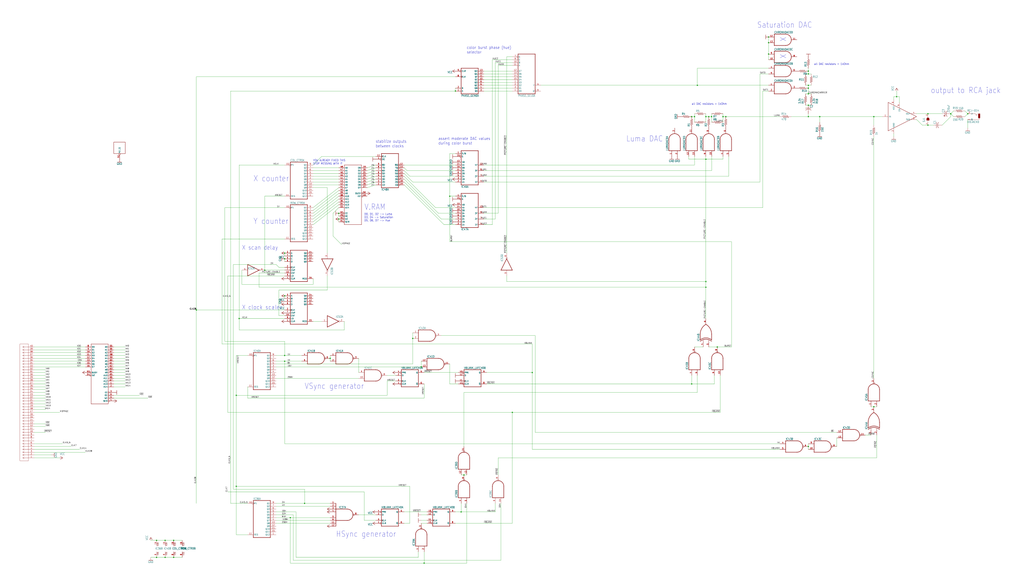
<source format=kicad_sch>
(kicad_sch (version 20230121) (generator eeschema)
  (paper "User" 913.765 522.503)
  (lib_symbols
    (symbol "signals-eagle-import:4040N"
      (property "Reference" "IC" (at -1.27 -0.635 0))
      (symbol "4040N_1_0"
        (pin output line (at 12.7 -15.24 180) (length 5.08) (name "Q12") (number "1"))
        (pin input inverted_clock (at -12.7 12.7 0) (length 5.08) (name "P1") (number "10"))
        (pin input line (at -12.7 -15.24 0) (length 5.08) (name "RES") (number "11"))
        (pin output line (at 12.7 -7.62 180) (length 5.08) (name "Q9") (number "12"))
        (pin output line (at 12.7 -5.08 180) (length 5.08) (name "Q8") (number "13"))
        (pin output line (at 12.7 -10.16 180) (length 5.08) (name "Q10") (number "14"))
        (pin output line (at 12.7 -12.7 180) (length 5.08) (name "Q11") (number "15"))
        (pin output line (at 12.7 0 180) (length 5.08) (name "Q6") (number "2"))
        (pin output line (at 12.7 2.54 180) (length 5.08) (name "Q5") (number "3"))
        (pin output line (at 12.7 -2.54 180) (length 5.08) (name "Q7") (number "4"))
        (pin output line (at 12.7 5.08 180) (length 5.08) (name "Q4") (number "5"))
        (pin output line (at 12.7 7.62 180) (length 5.08) (name "Q3") (number "6"))
        (pin output line (at 12.7 10.16 180) (length 5.08) (name "Q2") (number "7"))
        (pin output line (at 12.7 12.7 180) (length 5.08) (name "Q1") (number "9"))
      )
      (symbol "4040N_2_0"
        (text "VDD" (at 1.905 2.54 900) (effects (font (size 1.27 1.0795)) (justify left bottom)))
        (text "VSS" (at 1.905 -5.842 900) (effects (font (size 1.27 1.0795)) (justify left bottom)))
        (pin power_in line (at 0 7.62 270) (length 5.08) (name "VDD") (number "16"))
        (pin power_in line (at 0 -7.62 90) (length 5.08) (name "VSS") (number "8"))
      )
    )
    (symbol "signals-eagle-import:7400N"
      (property "Reference" "IC" (at -0.635 -0.635 0))
      (symbol "7400N_1_0"
        (pin input line (at -12.7 2.54 0) (length 5.08) (name "I0") (number "1"))
        (pin input line (at -12.7 -2.54 0) (length 5.08) (name "I1") (number "2"))
        (pin output inverted (at 12.7 0 180) (length 5.08) (name "O") (number "3"))
      )
      (symbol "7400N_2_0"
        (pin input line (at -12.7 2.54 0) (length 5.08) (name "I0") (number "4"))
        (pin input line (at -12.7 -2.54 0) (length 5.08) (name "I1") (number "5"))
        (pin output inverted (at 12.7 0 180) (length 5.08) (name "O") (number "6"))
      )
      (symbol "7400N_3_0"
        (pin input line (at -12.7 -2.54 0) (length 5.08) (name "I1") (number "10"))
        (pin output inverted (at 12.7 0 180) (length 5.08) (name "O") (number "8"))
        (pin input line (at -12.7 2.54 0) (length 5.08) (name "I0") (number "9"))
      )
      (symbol "7400N_4_0"
        (pin output inverted (at 12.7 0 180) (length 5.08) (name "O") (number "11"))
        (pin input line (at -12.7 2.54 0) (length 5.08) (name "I0") (number "12"))
        (pin input line (at -12.7 -2.54 0) (length 5.08) (name "I1") (number "13"))
      )
      (symbol "7400N_5_0"
        (text "GND" (at 1.905 -7.62 900) (effects (font (size 1.27 1.0795)) (justify left bottom)))
        (text "VCC" (at 1.905 5.08 900) (effects (font (size 1.27 1.0795)) (justify left bottom)))
        (pin power_in line (at 0 10.16 270) (length 7.62) (name "VCC") (number "14"))
        (pin power_in line (at 0 -10.16 90) (length 7.62) (name "GND") (number "7"))
      )
    )
    (symbol "signals-eagle-import:7404N"
      (property "Reference" "IC" (at -0.635 -0.635 0))
      (symbol "7404N_1_0"
        (pin input line (at -10.16 0 0) (length 5.08) (name "I") (number "1"))
        (pin output inverted (at 10.16 0 180) (length 5.08) (name "O") (number "2"))
      )
      (symbol "7404N_2_0"
        (pin input line (at -10.16 0 0) (length 5.08) (name "I") (number "3"))
        (pin output inverted (at 10.16 0 180) (length 5.08) (name "O") (number "4"))
      )
      (symbol "7404N_3_0"
        (pin input line (at -10.16 0 0) (length 5.08) (name "I") (number "5"))
        (pin output inverted (at 10.16 0 180) (length 5.08) (name "O") (number "6"))
      )
      (symbol "7404N_4_0"
        (pin output inverted (at 10.16 0 180) (length 5.08) (name "O") (number "8"))
        (pin input line (at -10.16 0 0) (length 5.08) (name "I") (number "9"))
      )
      (symbol "7404N_5_0"
        (pin output inverted (at 10.16 0 180) (length 5.08) (name "O") (number "10"))
        (pin input line (at -10.16 0 0) (length 5.08) (name "I") (number "11"))
      )
      (symbol "7404N_6_0"
        (pin output inverted (at 10.16 0 180) (length 5.08) (name "O") (number "12"))
        (pin input line (at -10.16 0 0) (length 5.08) (name "I") (number "13"))
      )
      (symbol "7404N_7_0"
        (text "GND" (at 1.905 -7.62 900) (effects (font (size 1.27 1.0795)) (justify left bottom)))
        (text "VCC" (at 1.905 5.08 900) (effects (font (size 1.27 1.0795)) (justify left bottom)))
        (pin power_in line (at 0 10.16 270) (length 7.62) (name "VCC") (number "14"))
        (pin power_in line (at 0 -10.16 90) (length 7.62) (name "GND") (number "7"))
      )
    )
    (symbol "signals-eagle-import:7408N"
      (property "Reference" "IC" (at -0.635 -0.635 0))
      (symbol "7408N_1_0"
        (pin input line (at -12.7 2.54 0) (length 5.08) (name "I0") (number "1"))
        (pin input line (at -12.7 -2.54 0) (length 5.08) (name "I1") (number "2"))
        (pin output line (at 12.7 0 180) (length 5.08) (name "O") (number "3"))
      )
      (symbol "7408N_2_0"
        (pin input line (at -12.7 2.54 0) (length 5.08) (name "I0") (number "4"))
        (pin input line (at -12.7 -2.54 0) (length 5.08) (name "I1") (number "5"))
        (pin output line (at 12.7 0 180) (length 5.08) (name "O") (number "6"))
      )
      (symbol "7408N_3_0"
        (pin input line (at -12.7 -2.54 0) (length 5.08) (name "I1") (number "10"))
        (pin output line (at 12.7 0 180) (length 5.08) (name "O") (number "8"))
        (pin input line (at -12.7 2.54 0) (length 5.08) (name "I0") (number "9"))
      )
      (symbol "7408N_4_0"
        (pin output line (at 12.7 0 180) (length 5.08) (name "O") (number "11"))
        (pin input line (at -12.7 2.54 0) (length 5.08) (name "I0") (number "12"))
        (pin input line (at -12.7 -2.54 0) (length 5.08) (name "I1") (number "13"))
      )
      (symbol "7408N_5_0"
        (text "GND" (at 1.905 -7.62 900) (effects (font (size 1.27 1.0795)) (justify left bottom)))
        (text "VCC" (at 1.905 5.08 900) (effects (font (size 1.27 1.0795)) (justify left bottom)))
        (pin power_in line (at 0 10.16 270) (length 7.62) (name "VCC") (number "14"))
        (pin power_in line (at 0 -10.16 90) (length 7.62) (name "GND") (number "7"))
      )
    )
    (symbol "signals-eagle-import:74151N"
      (property "Reference" "IC" (at -0.635 -0.635 0))
      (symbol "74151N_1_0"
        (pin input line (at -12.7 7.62 0) (length 5.08) (name "D3") (number "1"))
        (pin input line (at -12.7 -10.16 0) (length 5.08) (name "B") (number "10"))
        (pin input line (at -12.7 -7.62 0) (length 5.08) (name "A") (number "11"))
        (pin input line (at -12.7 -2.54 0) (length 5.08) (name "D7") (number "12"))
        (pin input line (at -12.7 0 0) (length 5.08) (name "D6") (number "13"))
        (pin input line (at -12.7 2.54 0) (length 5.08) (name "D5") (number "14"))
        (pin input line (at -12.7 5.08 0) (length 5.08) (name "D4") (number "15"))
        (pin input line (at -12.7 10.16 0) (length 5.08) (name "D2") (number "2"))
        (pin input line (at -12.7 12.7 0) (length 5.08) (name "D1") (number "3"))
        (pin input line (at -12.7 15.24 0) (length 5.08) (name "D0") (number "4"))
        (pin output line (at 12.7 10.16 180) (length 5.08) (name "Y") (number "5"))
        (pin output inverted (at 12.7 15.24 180) (length 5.08) (name "W") (number "6"))
        (pin input inverted (at -12.7 -15.24 0) (length 5.08) (name "G") (number "7"))
        (pin input line (at -12.7 -12.7 0) (length 5.08) (name "C") (number "9"))
      )
      (symbol "74151N_2_0"
        (text "GND" (at 1.905 -7.62 900) (effects (font (size 1.27 1.0795)) (justify left bottom)))
        (text "VCC" (at 1.905 5.08 900) (effects (font (size 1.27 1.0795)) (justify left bottom)))
        (pin power_in line (at 0 10.16 270) (length 7.62) (name "VCC") (number "16"))
        (pin power_in line (at 0 -10.16 90) (length 7.62) (name "GND") (number "8"))
      )
    )
    (symbol "signals-eagle-import:74164N"
      (property "Reference" "IC" (at -0.635 -0.635 0))
      (symbol "74164N_1_0"
        (pin input line (at -12.7 7.62 0) (length 5.08) (name "A") (number "1"))
        (pin output line (at 12.7 -2.54 180) (length 5.08) (name "QE") (number "10"))
        (pin output line (at 12.7 -5.08 180) (length 5.08) (name "QF") (number "11"))
        (pin output line (at 12.7 -7.62 180) (length 5.08) (name "QG") (number "12"))
        (pin output line (at 12.7 -10.16 180) (length 5.08) (name "QH") (number "13"))
        (pin input line (at -12.7 5.08 0) (length 5.08) (name "B") (number "2"))
        (pin output line (at 12.7 7.62 180) (length 5.08) (name "QA") (number "3"))
        (pin output line (at 12.7 5.08 180) (length 5.08) (name "QB") (number "4"))
        (pin output line (at 12.7 2.54 180) (length 5.08) (name "QC") (number "5"))
        (pin output line (at 12.7 0 180) (length 5.08) (name "QD") (number "6"))
        (pin input clock (at -12.7 -5.08 0) (length 5.08) (name "CLK") (number "8"))
        (pin input inverted (at -12.7 -10.16 0) (length 5.08) (name "CLR") (number "9"))
      )
      (symbol "74164N_2_0"
        (text "GND" (at 1.905 -7.62 900) (effects (font (size 1.27 1.0795)) (justify left bottom)))
        (text "VCC" (at 1.905 5.08 900) (effects (font (size 1.27 1.0795)) (justify left bottom)))
        (pin power_in line (at 0 10.16 270) (length 7.62) (name "VCC") (number "14"))
        (pin power_in line (at 0 -10.16 90) (length 7.62) (name "GND") (number "7"))
      )
    )
    (symbol "signals-eagle-import:74257N"
      (property "Reference" "IC" (at -0.635 -0.635 0))
      (symbol "74257N_1_0"
        (pin input line (at -12.7 -12.7 0) (length 5.08) (name "~{A}/B") (number "1"))
        (pin input line (at -12.7 0 0) (length 5.08) (name "3B") (number "10"))
        (pin input line (at -12.7 2.54 0) (length 5.08) (name "3A") (number "11"))
        (pin tri_state line (at 12.7 -2.54 180) (length 5.08) (name "4Y") (number "12"))
        (pin input line (at -12.7 -5.08 0) (length 5.08) (name "4B") (number "13"))
        (pin input line (at -12.7 -2.54 0) (length 5.08) (name "4A") (number "14"))
        (pin input inverted (at -12.7 -10.16 0) (length 5.08) (name "G") (number "15"))
        (pin input line (at -12.7 12.7 0) (length 5.08) (name "1A") (number "2"))
        (pin input line (at -12.7 10.16 0) (length 5.08) (name "1B") (number "3"))
        (pin tri_state line (at 12.7 12.7 180) (length 5.08) (name "1Y") (number "4"))
        (pin input line (at -12.7 7.62 0) (length 5.08) (name "2A") (number "5"))
        (pin input line (at -12.7 5.08 0) (length 5.08) (name "2B") (number "6"))
        (pin tri_state line (at 12.7 7.62 180) (length 5.08) (name "2Y") (number "7"))
        (pin tri_state line (at 12.7 2.54 180) (length 5.08) (name "3Y") (number "9"))
      )
      (symbol "74257N_2_0"
        (text "GND" (at 1.905 -7.62 900) (effects (font (size 1.27 1.0795)) (justify left bottom)))
        (text "VCC" (at 1.905 5.08 900) (effects (font (size 1.27 1.0795)) (justify left bottom)))
        (pin power_in line (at 0 10.16 270) (length 7.62) (name "VCC") (number "16"))
        (pin power_in line (at 0 -10.16 90) (length 7.62) (name "GND") (number "8"))
      )
    )
    (symbol "signals-eagle-import:7430N"
      (property "Reference" "IC" (at -0.635 -0.635 0))
      (symbol "7430N_1_0"
        (pin input line (at -12.7 10.16 0) (length 5.08) (name "I0") (number "1"))
        (pin input line (at -12.7 -7.62 0) (length 5.08) (name "I6") (number "11"))
        (pin input line (at -12.7 -10.16 0) (length 5.08) (name "I7") (number "12"))
        (pin input line (at -12.7 7.62 0) (length 5.08) (name "I1") (number "2"))
        (pin input line (at -12.7 5.08 0) (length 5.08) (name "I2") (number "3"))
        (pin input line (at -12.7 2.54 0) (length 5.08) (name "I3") (number "4"))
        (pin input line (at -12.7 -2.54 0) (length 5.08) (name "I4") (number "5"))
        (pin input line (at -12.7 -5.08 0) (length 5.08) (name "I5") (number "6"))
        (pin output inverted (at 12.7 0 180) (length 5.08) (name "O") (number "8"))
      )
      (symbol "7430N_2_0"
        (text "GND" (at 1.905 -7.62 900) (effects (font (size 1.27 1.0795)) (justify left bottom)))
        (text "VCC" (at 1.905 5.08 900) (effects (font (size 1.27 1.0795)) (justify left bottom)))
        (pin power_in line (at 0 10.16 270) (length 7.62) (name "VCC") (number "14"))
        (pin power_in line (at 0 -10.16 90) (length 7.62) (name "GND") (number "7"))
      )
    )
    (symbol "signals-eagle-import:74564N"
      (property "Reference" "IC" (at -0.635 -0.635 0))
      (symbol "74564N_1_0"
        (pin input inverted (at -12.7 -10.16 0) (length 5.08) (name "OC") (number "1"))
        (pin input clock (at -12.7 -12.7 0) (length 5.08) (name "CLK") (number "11"))
        (pin tri_state inverted (at 12.7 -5.08 180) (length 5.08) (name "8Q") (number "12"))
        (pin tri_state inverted (at 12.7 -2.54 180) (length 5.08) (name "7Q") (number "13"))
        (pin tri_state inverted (at 12.7 0 180) (length 5.08) (name "6Q") (number "14"))
        (pin tri_state inverted (at 12.7 2.54 180) (length 5.08) (name "5Q") (number "15"))
        (pin tri_state inverted (at 12.7 5.08 180) (length 5.08) (name "4Q") (number "16"))
        (pin tri_state inverted (at 12.7 7.62 180) (length 5.08) (name "3Q") (number "17"))
        (pin tri_state inverted (at 12.7 10.16 180) (length 5.08) (name "2Q") (number "18"))
        (pin tri_state inverted (at 12.7 12.7 180) (length 5.08) (name "1Q") (number "19"))
        (pin input line (at -12.7 12.7 0) (length 5.08) (name "1D") (number "2"))
        (pin input line (at -12.7 10.16 0) (length 5.08) (name "2D") (number "3"))
        (pin input line (at -12.7 7.62 0) (length 5.08) (name "3D") (number "4"))
        (pin input line (at -12.7 5.08 0) (length 5.08) (name "4D") (number "5"))
        (pin input line (at -12.7 2.54 0) (length 5.08) (name "5D") (number "6"))
        (pin input line (at -12.7 0 0) (length 5.08) (name "6D") (number "7"))
        (pin input line (at -12.7 -2.54 0) (length 5.08) (name "7D") (number "8"))
        (pin input line (at -12.7 -5.08 0) (length 5.08) (name "8D") (number "9"))
      )
      (symbol "74564N_2_0"
        (text "GND" (at 1.905 -7.62 900) (effects (font (size 1.27 1.0795)) (justify left bottom)))
        (text "VCC" (at 1.905 5.08 900) (effects (font (size 1.27 1.0795)) (justify left bottom)))
        (pin power_in line (at 0 -10.16 90) (length 7.62) (name "GND") (number "10"))
        (pin power_in line (at 0 10.16 270) (length 7.62) (name "VCC") (number "20"))
      )
    )
    (symbol "signals-eagle-import:7474N"
      (property "Reference" "IC" (at -0.635 -0.635 0))
      (symbol "7474N_1_0"
        (pin input inverted (at -12.7 -5.08 0) (length 5.08) (name "CLR") (number "1"))
        (pin input line (at -12.7 2.54 0) (length 5.08) (name "D") (number "2"))
        (pin input clock (at -12.7 -2.54 0) (length 5.08) (name "CLK") (number "3"))
        (pin input inverted (at -12.7 5.08 0) (length 5.08) (name "PRE") (number "4"))
        (pin output line (at 12.7 5.08 180) (length 5.08) (name "Q") (number "5"))
        (pin output line (at 12.7 -5.08 180) (length 5.08) (name "~{Q}") (number "6"))
      )
      (symbol "7474N_2_0"
        (pin input inverted (at -12.7 5.08 0) (length 5.08) (name "PRE") (number "10"))
        (pin input clock (at -12.7 -2.54 0) (length 5.08) (name "CLK") (number "11"))
        (pin input line (at -12.7 2.54 0) (length 5.08) (name "D") (number "12"))
        (pin input inverted (at -12.7 -5.08 0) (length 5.08) (name "CLR") (number "13"))
        (pin output line (at 12.7 -5.08 180) (length 5.08) (name "~{Q}") (number "8"))
        (pin output line (at 12.7 5.08 180) (length 5.08) (name "Q") (number "9"))
      )
      (symbol "7474N_3_0"
        (text "GND" (at 1.905 -7.62 900) (effects (font (size 1.27 1.0795)) (justify left bottom)))
        (text "VCC" (at 1.905 5.08 900) (effects (font (size 1.27 1.0795)) (justify left bottom)))
        (pin power_in line (at 0 10.16 270) (length 7.62) (name "VCC") (number "14"))
        (pin power_in line (at 0 -10.16 90) (length 7.62) (name "GND") (number "7"))
      )
    )
    (symbol "signals-eagle-import:7486N"
      (property "Reference" "IC" (at -0.635 -0.635 0))
      (symbol "7486N_1_0"
        (pin input line (at -12.7 2.54 0) (length 5.08) (name "I0") (number "1"))
        (pin input line (at -12.7 -2.54 0) (length 5.08) (name "I1") (number "2"))
        (pin output line (at 12.7 0 180) (length 5.08) (name "O") (number "3"))
      )
      (symbol "7486N_2_0"
        (pin input line (at -12.7 2.54 0) (length 5.08) (name "I0") (number "4"))
        (pin input line (at -12.7 -2.54 0) (length 5.08) (name "I1") (number "5"))
        (pin output line (at 12.7 0 180) (length 5.08) (name "O") (number "6"))
      )
      (symbol "7486N_3_0"
        (pin input line (at -12.7 -2.54 0) (length 5.08) (name "I1") (number "10"))
        (pin output line (at 12.7 0 180) (length 5.08) (name "O") (number "8"))
        (pin input line (at -12.7 2.54 0) (length 5.08) (name "I0") (number "9"))
      )
      (symbol "7486N_4_0"
        (pin output line (at 12.7 0 180) (length 5.08) (name "O") (number "11"))
        (pin input line (at -12.7 2.54 0) (length 5.08) (name "I0") (number "12"))
        (pin input line (at -12.7 -2.54 0) (length 5.08) (name "I1") (number "13"))
      )
      (symbol "7486N_5_0"
        (text "GND" (at 1.905 -7.62 900) (effects (font (size 1.27 1.0795)) (justify left bottom)))
        (text "VCC" (at 1.905 5.08 900) (effects (font (size 1.27 1.0795)) (justify left bottom)))
        (pin power_in line (at 0 10.16 270) (length 7.62) (name "VCC") (number "14"))
        (pin power_in line (at 0 -10.16 90) (length 7.62) (name "GND") (number "7"))
      )
    )
    (symbol "signals-eagle-import:74HC161"
      (symbol "74HC161_1_0"
        (pin input inverted (at -12.7 -12.7 0) (length 5.08) (name "CLR") (number "1"))
        (pin input line (at -12.7 -7.62 0) (length 5.08) (name "ENT") (number "10"))
        (pin output line (at 12.7 2.54 180) (length 5.08) (name "QD") (number "11"))
        (pin output line (at 12.7 5.08 180) (length 5.08) (name "QC") (number "12"))
        (pin output line (at 12.7 7.62 180) (length 5.08) (name "QB") (number "13"))
        (pin output line (at 12.7 10.16 180) (length 5.08) (name "QA") (number "14"))
        (pin output line (at 12.7 -12.7 180) (length 5.08) (name "RCO") (number "15"))
        (pin input clock (at -12.7 -2.54 0) (length 5.08) (name "CLK") (number "2"))
        (pin input line (at -12.7 10.16 0) (length 5.08) (name "A") (number "3"))
        (pin input line (at -12.7 7.62 0) (length 5.08) (name "B") (number "4"))
        (pin input line (at -12.7 5.08 0) (length 5.08) (name "C") (number "5"))
        (pin input line (at -12.7 2.54 0) (length 5.08) (name "D") (number "6"))
        (pin input line (at -12.7 -5.08 0) (length 5.08) (name "ENP") (number "7"))
        (pin input inverted (at -12.7 -10.16 0) (length 5.08) (name "LD") (number "9"))
      )
      (symbol "74HC161_2_0"
        (pin power_in line (at 0 12.7 270) (length 5.08) (name "VCC") (number "16"))
        (pin power_in line (at 0 -10.16 90) (length 5.08) (name "GND") (number "8"))
      )
    )
    (symbol "signals-eagle-import:C-US050-024X044"
      (property "Reference" "C" (at 1.016 0.635 0))
      (symbol "C-US050-024X044_1_0"
        (pin passive line (at 0 2.54 270) (length 2.54) (name "1") (number "1"))
        (pin passive line (at 0 -5.08 90) (length 2.54) (name "2") (number "2"))
      )
    )
    (symbol "signals-eagle-import:CPOL-USE2,5-6E"
      (property "Reference" "C" (at 1.016 0.635 0))
      (symbol "CPOL-USE2,5-6E_1_0"
        (pin passive line (at 0 2.54 270) (length 2.54) (name "+") (number "+"))
        (pin passive line (at 0 -5.08 90) (length 2.54) (name "-") (number "-"))
      )
    )
    (symbol "signals-eagle-import:GND" (power)
      (property "Value" "GND" (at -2.54 -2.54 0))
      (symbol "GND_1_0"
        (pin power_in line (at 0 2.54 270) (length 2.54) (name "GND") (number "1"))
      )
    )
    (symbol "signals-eagle-import:PDPRAM_32K_V2"
      (symbol "PDPRAM_32K_V2_1_0"
        (pin input line (at -12.7 -10.16 0) (length 5.08) (name "A13") (number "1"))
        (pin bidirectional line (at 12.7 17.78 180) (length 5.08) (name "D2") (number "10"))
        (pin bidirectional line (at 12.7 15.24 180) (length 5.08) (name "D3") (number "11"))
        (pin bidirectional line (at 12.7 12.7 180) (length 5.08) (name "D4") (number "12"))
        (pin bidirectional line (at 12.7 10.16 180) (length 5.08) (name "D5") (number "13"))
        (pin bidirectional line (at 12.7 7.62 180) (length 5.08) (name "D6") (number "15"))
        (pin bidirectional line (at 12.7 5.08 180) (length 5.08) (name "D7") (number "16"))
        (pin input line (at -12.7 -12.7 0) (length 5.08) (name "A14") (number "2"))
        (pin input inverted (at -12.7 -17.78 0) (length 5.08) (name "CE") (number "3"))
        (pin bidirectional inverted (at -12.7 -25.4 0) (length 5.08) (name "SEM") (number "4"))
        (pin bidirectional inverted (at -12.7 -22.86 0) (length 5.08) (name "WE") (number "5"))
        (pin bidirectional inverted (at 12.7 0 180) (length 5.08) (name "BUSY") (number "53"))
        (pin output inverted (at 12.7 -2.54 180) (length 5.08) (name "INT") (number "54"))
        (pin input line (at -12.7 22.86 0) (length 5.08) (name "A0") (number "55"))
        (pin input line (at -12.7 20.32 0) (length 5.08) (name "A1") (number "56"))
        (pin input line (at -12.7 17.78 0) (length 5.08) (name "A2") (number "57"))
        (pin input line (at -12.7 15.24 0) (length 5.08) (name "A3") (number "58"))
        (pin input line (at -12.7 12.7 0) (length 5.08) (name "A4") (number "59"))
        (pin input inverted (at -12.7 -20.32 0) (length 5.08) (name "OE") (number "6"))
        (pin input line (at -12.7 10.16 0) (length 5.08) (name "A5") (number "60"))
        (pin input line (at -12.7 7.62 0) (length 5.08) (name "A6") (number "61"))
        (pin input line (at -12.7 5.08 0) (length 5.08) (name "A7") (number "62"))
        (pin input line (at -12.7 2.54 0) (length 5.08) (name "A8") (number "63"))
        (pin input line (at -12.7 0 0) (length 5.08) (name "A9") (number "64"))
        (pin input line (at -12.7 -2.54 0) (length 5.08) (name "A10") (number "65"))
        (pin input line (at -12.7 -5.08 0) (length 5.08) (name "A11") (number "66"))
        (pin input line (at -12.7 -7.62 0) (length 5.08) (name "A12") (number "67"))
        (pin bidirectional line (at 12.7 22.86 180) (length 5.08) (name "D0") (number "8"))
        (pin bidirectional line (at 12.7 20.32 180) (length 5.08) (name "D1") (number "9"))
      )
      (symbol "PDPRAM_32K_V2_2_0"
        (pin bidirectional line (at 12.7 22.86 180) (length 5.08) (name "D0") (number "19"))
        (pin bidirectional line (at 12.7 20.32 180) (length 5.08) (name "D1") (number "20"))
        (pin bidirectional line (at 12.7 17.78 180) (length 5.08) (name "D2") (number "21"))
        (pin bidirectional line (at 12.7 15.24 180) (length 5.08) (name "D3") (number "23"))
        (pin bidirectional line (at 12.7 12.7 180) (length 5.08) (name "D4") (number "24"))
        (pin bidirectional line (at 12.7 10.16 180) (length 5.08) (name "D5") (number "25"))
        (pin bidirectional line (at 12.7 7.62 180) (length 5.08) (name "D6") (number "26"))
        (pin bidirectional line (at 12.7 5.08 180) (length 5.08) (name "D7") (number "27"))
        (pin input inverted (at -12.7 -20.32 0) (length 5.08) (name "OE") (number "29"))
        (pin bidirectional inverted (at -12.7 -22.86 0) (length 5.08) (name "WE") (number "30"))
        (pin bidirectional inverted (at -12.7 -25.4 0) (length 5.08) (name "SEM") (number "31"))
        (pin input inverted (at -12.7 -17.78 0) (length 5.08) (name "CE") (number "32"))
        (pin input line (at -12.7 -12.7 0) (length 5.08) (name "A14") (number "33"))
        (pin input line (at -12.7 -10.16 0) (length 5.08) (name "A13") (number "34"))
        (pin input line (at -12.7 -7.62 0) (length 5.08) (name "A12") (number "36"))
        (pin input line (at -12.7 -5.08 0) (length 5.08) (name "A11") (number "37"))
        (pin input line (at -12.7 -2.54 0) (length 5.08) (name "A10") (number "38"))
        (pin input line (at -12.7 0 0) (length 5.08) (name "A9") (number "39"))
        (pin input line (at -12.7 2.54 0) (length 5.08) (name "A8") (number "40"))
        (pin input line (at -12.7 5.08 0) (length 5.08) (name "A7") (number "41"))
        (pin input line (at -12.7 7.62 0) (length 5.08) (name "A6") (number "42"))
        (pin input line (at -12.7 10.16 0) (length 5.08) (name "A5") (number "43"))
        (pin input line (at -12.7 12.7 0) (length 5.08) (name "A4") (number "44"))
        (pin input line (at -12.7 15.24 0) (length 5.08) (name "A3") (number "45"))
        (pin input line (at -12.7 17.78 0) (length 5.08) (name "A2") (number "46"))
        (pin input line (at -12.7 20.32 0) (length 5.08) (name "A1") (number "47"))
        (pin input line (at -12.7 22.86 0) (length 5.08) (name "A0") (number "48"))
        (pin output inverted (at 12.7 -2.54 180) (length 5.08) (name "INT") (number "49"))
        (pin bidirectional inverted (at 12.7 0 180) (length 5.08) (name "BUSY") (number "50"))
      )
      (symbol "PDPRAM_32K_V2_3_0"
        (pin power_in line (at 0 -10.16 90) (length 5.08) (name "GND") (number "14"))
        (pin power_in line (at 0 12.7 270) (length 5.08) (name "VCC") (number "17"))
        (pin power_in line (at 0 -10.16 90) (length 5.08) (name "GND") (number "18"))
        (pin power_in line (at 0 12.7 270) (length 5.08) (name "VCC") (number "22"))
        (pin power_in line (at 0 -10.16 90) (length 5.08) (name "GND") (number "35"))
        (pin power_in line (at 0 -10.16 90) (length 5.08) (name "GND") (number "52"))
      )
      (symbol "PDPRAM_32K_V2_4_0"
        (pin input inverted (at -10.16 0 0) (length 5.08) (name "M/_S") (number "51"))
      )
    )
    (symbol "signals-eagle-import:R-US_0204/7"
      (property "Reference" "R" (at -3.81 1.4986 0))
      (symbol "R-US_0204/7_1_0"
        (pin passive line (at -5.08 0 0) (length 2.54) (name "1") (number "1"))
        (pin passive line (at 5.08 0 180) (length 2.54) (name "2") (number "2"))
      )
    )
    (symbol "signals-eagle-import:R-US_0207/2V"
      (property "Reference" "R" (at -3.81 1.4986 0))
      (symbol "R-US_0207/2V_1_0"
        (pin passive line (at -5.08 0 0) (length 2.54) (name "1") (number "1"))
        (pin passive line (at 5.08 0 180) (length 2.54) (name "2") (number "2"))
      )
    )
    (symbol "signals-eagle-import:RCJ-014"
      (property "Reference" "J" (at -2.5442 3.8163 0))
      (symbol "RCJ-014_1_0"
        (pin passive line (at 7.62 2.54 180) (length 2.54) (name "1") (number "1A"))
        (pin passive line (at 7.62 2.54 180) (length 2.54) (name "1") (number "1B"))
        (pin passive line (at 7.62 2.54 180) (length 2.54) (name "1") (number "1C"))
        (pin passive line (at 7.62 -2.54 180) (length 2.54) (name "2") (number "2"))
      )
    )
    (symbol "signals-eagle-import:SJ"
      (property "Reference" "SJ" (at -2.54 2.54 0))
      (symbol "SJ_1_0"
        (pin passive line (at -5.08 0 0) (length 2.54) (name "1") (number "1"))
        (pin passive line (at 5.08 0 180) (length 2.54) (name "2") (number "2"))
      )
    )
    (symbol "signals-eagle-import:TSH122SID-ADAPTER"
      (symbol "TSH122SID-ADAPTER_1_0"
        (pin input line (at -15.24 0 0) (length 5.08) (name "IN") (number "1"))
        (pin power_in line (at -5.08 -15.24 90) (length 5.08) (name "GND") (number "2"))
        (pin output line (at 15.24 -2.54 180) (length 5.08) (name "SAG") (number "3"))
        (pin output line (at 15.24 2.54 180) (length 5.08) (name "OUT") (number "4"))
        (pin input line (at 0 12.7 270) (length 5.08) (name "EN") (number "5"))
        (pin power_in line (at -5.08 15.24 270) (length 5.08) (name "VCC") (number "6"))
      )
    )
    (symbol "signals-eagle-import:TX24-40R-12ST-H1E"
      (symbol "TX24-40R-12ST-H1E_1_0"
        (pin passive line (at 0 0 0) (length 5.08) (name "1") (number "1"))
        (pin passive line (at 0 -22.86 0) (length 5.08) (name "10") (number "10"))
        (pin passive line (at 0 -25.4 0) (length 5.08) (name "11") (number "11"))
        (pin passive line (at 0 -27.94 0) (length 5.08) (name "12") (number "12"))
        (pin passive line (at 0 -30.48 0) (length 5.08) (name "13") (number "13"))
        (pin passive line (at 0 -33.02 0) (length 5.08) (name "14") (number "14"))
        (pin passive line (at 0 -35.56 0) (length 5.08) (name "15") (number "15"))
        (pin passive line (at 0 -38.1 0) (length 5.08) (name "16") (number "16"))
        (pin passive line (at 0 -40.64 0) (length 5.08) (name "17") (number "17"))
        (pin passive line (at 0 -43.18 0) (length 5.08) (name "18") (number "18"))
        (pin passive line (at 0 -45.72 0) (length 5.08) (name "19") (number "19"))
        (pin passive line (at 0 -2.54 0) (length 5.08) (name "2") (number "2"))
        (pin passive line (at 0 -48.26 0) (length 5.08) (name "20") (number "20"))
        (pin passive line (at 0 -50.8 0) (length 5.08) (name "21") (number "21"))
        (pin passive line (at 0 -53.34 0) (length 5.08) (name "22") (number "22"))
        (pin passive line (at 0 -55.88 0) (length 5.08) (name "23") (number "23"))
        (pin passive line (at 0 -58.42 0) (length 5.08) (name "24") (number "24"))
        (pin passive line (at 0 -60.96 0) (length 5.08) (name "25") (number "25"))
        (pin passive line (at 0 -63.5 0) (length 5.08) (name "26") (number "26"))
        (pin passive line (at 0 -66.04 0) (length 5.08) (name "27") (number "27"))
        (pin passive line (at 0 -68.58 0) (length 5.08) (name "28") (number "28"))
        (pin passive line (at 0 -71.12 0) (length 5.08) (name "29") (number "29"))
        (pin passive line (at 0 -5.08 0) (length 5.08) (name "3") (number "3"))
        (pin passive line (at 0 -73.66 0) (length 5.08) (name "30") (number "30"))
        (pin passive line (at 0 -76.2 0) (length 5.08) (name "31") (number "31"))
        (pin passive line (at 0 -78.74 0) (length 5.08) (name "32") (number "32"))
        (pin passive line (at 0 -81.28 0) (length 5.08) (name "33") (number "33"))
        (pin passive line (at 0 -83.82 0) (length 5.08) (name "34") (number "34"))
        (pin passive line (at 0 -86.36 0) (length 5.08) (name "35") (number "35"))
        (pin passive line (at 0 -88.9 0) (length 5.08) (name "36") (number "36"))
        (pin passive line (at 0 -91.44 0) (length 5.08) (name "37") (number "37"))
        (pin passive line (at 0 -93.98 0) (length 5.08) (name "38") (number "38"))
        (pin passive line (at 0 -96.52 0) (length 5.08) (name "39") (number "39"))
        (pin passive line (at 0 -7.62 0) (length 5.08) (name "4") (number "4"))
        (pin passive line (at 0 -99.06 0) (length 5.08) (name "40") (number "40"))
        (pin passive line (at 0 -10.16 0) (length 5.08) (name "5") (number "5"))
        (pin passive line (at 0 -12.7 0) (length 5.08) (name "6") (number "6"))
        (pin passive line (at 0 -15.24 0) (length 5.08) (name "7") (number "7"))
        (pin passive line (at 0 -17.78 0) (length 5.08) (name "8") (number "8"))
        (pin passive line (at 0 -20.32 0) (length 5.08) (name "9") (number "9"))
      )
    )
    (symbol "signals-eagle-import:VCC" (power)
      (property "Value" "VCC" (at -2.54 -2.54 90))
      (symbol "VCC_1_0"
        (pin power_in line (at 0 -2.54 90) (length 2.54) (name "VCC") (number "1"))
      )
    )
  )
  (junction (at 411.48 457.2))
  (junction (at 721.36 93.98))
  (junction (at 640.08 309.88))
  (junction (at 302.26 195.58))
  (junction (at 139.7 497.84))
  (junction (at 378.46 502.92))
  (junction (at 731.52 104.14))
  (junction (at 254 317.5))
  (junction (at 629.92 104.14))
  (junction (at 302.26 190.5))
  (junction (at 800.1 86.36))
  (junction (at 828.04 111.76))
  (junction (at 721.36 398.78))
  (junction (at 685.8 38.1))
  (junction (at 147.32 482.6))
  (junction (at 271.78 449.58))
  (junction (at 147.32 497.84))
  (junction (at 645.16 104.14))
  (junction (at 647.7 104.14))
  (junction (at 375.92 327.66))
  (junction (at 632.46 104.14))
  (junction (at 254 264.16))
  (junction (at 721.36 66.04))
  (junction (at 414.02 424.18))
  (junction (at 721.36 83.82))
  (junction (at 210.82 353.06))
  (junction (at 210.82 434.34))
  (junction (at 721.36 63.5))
  (junction (at 619.76 104.14))
  (junction (at 401.32 175.26))
  (junction (at 236.22 241.3))
  (junction (at 622.3 76.2))
  (junction (at 154.94 482.6))
  (junction (at 154.94 497.84))
  (junction (at 828.04 101.6))
  (junction (at 779.78 104.14))
  (junction (at 254 226.06))
  (junction (at 721.36 76.2))
  (junction (at 721.36 78.74))
  (junction (at 368.3 302.26))
  (junction (at 457.2 368.3))
  (junction (at 863.6 101.6))
  (junction (at 629.92 256.54))
  (junction (at 721.36 104.14))
  (junction (at 629.92 142.24))
  (junction (at 213.36 284.48))
  (junction (at 294.64 320.04))
  (junction (at 254 231.14))
  (junction (at 254 322.58))
  (junction (at 629.92 251.46))
  (junction (at 685.8 48.26))
  (junction (at 685.8 33.02))
  (junction (at 139.7 482.6))
  (junction (at 175.26 276.86))
  (junction (at 779.78 363.22))
  (junction (at 635 104.14))
  (junction (at 406.4 81.28))
  (junction (at 617.22 342.9))
  (junction (at 617.22 104.14))
  (junction (at 474.98 332.74))
  (junction (at 259.08 462.28))
  (junction (at 848.36 101.6))
  (wire (pts (xy 411.48 457.2) (xy 411.48 449.58)) (stroke (width 0.1524)))
  (wire (pts (xy 279.4 287.02) (xy 287.02 287.02)) (stroke (width 0.1524)))
  (wire (pts (xy 381 459.74) (xy 375.92 459.74)) (stroke (width 0.1524)))
  (wire (pts (xy 474.98 401.32) (xy 474.98 332.74)) (stroke (width 0.1524)))
  (wire (pts (xy 833.12 111.76) (xy 828.04 111.76)) (stroke (width 0.1524)))
  (wire (pts (xy 652.78 215.9) (xy 401.32 215.9)) (stroke (width 0.1524)))
  (wire (pts (xy 622.3 76.2) (xy 482.6 76.2)) (stroke (width 0.1524)))
  (wire (pts (xy 721.36 104.14) (xy 731.52 104.14)) (stroke (width 0.1524)))
  (wire (pts (xy 327.66 162.56) (xy 335.28 160.02)) (stroke (width 0.1524)))
  (wire (pts (xy 650.24 157.48) (xy 650.24 139.7)) (stroke (width 0.1524)))
  (wire (pts (xy 111.76 322.58) (xy 101.6 322.58)) (stroke (width 0.1524)))
  (wire (pts (xy 375.92 327.66) (xy 246.38 327.66)) (stroke (width 0.1524)))
  (wire (pts (xy 406.4 137.16) (xy 401.32 137.16)) (stroke (width 0.1524)))
  (wire (pts (xy 307.34 294.64) (xy 213.36 294.64)) (stroke (width 0.1524)))
  (wire (pts (xy 629.92 104.14) (xy 632.46 104.14)) (stroke (width 0.1524)))
  (wire (pts (xy 231.14 256.54) (xy 629.92 256.54)) (stroke (width 0.1524)))
  (wire (pts (xy 213.36 284.48) (xy 213.36 147.32)) (stroke (width 0.1524)))
  (wire (pts (xy 721.36 83.82) (xy 723.9 83.82)) (stroke (width 0.1524)))
  (wire (pts (xy 231.14 243.84) (xy 231.14 256.54)) (stroke (width 0.1524)))
  (wire (pts (xy 111.76 330.2) (xy 101.6 330.2)) (stroke (width 0.1524)))
  (wire (pts (xy 264.16 457.2) (xy 246.38 457.2)) (stroke (width 0.1524)))
  (wire (pts (xy 622.3 60.96) (xy 622.3 76.2)) (stroke (width 0.1524)))
  (wire (pts (xy 248.92 238.76) (xy 246.38 236.22)) (stroke (width 0.1524)))
  (wire (pts (xy 327.66 167.64) (xy 335.28 165.1)) (stroke (width 0.1524)))
  (wire (pts (xy 721.36 78.74) (xy 721.36 83.82)) (stroke (width 0.1524)))
  (wire (pts (xy 721.36 66.04) (xy 723.9 66.04)) (stroke (width 0.1524)))
  (wire (pts (xy 111.76 312.42) (xy 101.6 312.42)) (stroke (width 0.1524)))
  (wire (pts (xy 457.2 68.58) (xy 431.8 68.58)) (stroke (width 0.1524)))
  (wire (pts (xy 254 322.58) (xy 269.24 322.58)) (stroke (width 0.1524)))
  (wire (pts (xy 111.76 337.82) (xy 101.6 337.82)) (stroke (width 0.1524)))
  (wire (pts (xy 254 231.14) (xy 254 233.68)) (stroke (width 0.1524)))
  (wire (pts (xy 373.38 497.84) (xy 264.16 497.84)) (stroke (width 0.1524)))
  (wire (pts (xy 414.02 350.52) (xy 622.3 350.52)) (stroke (width 0.1524)))
  (wire (pts (xy 457.2 467.36) (xy 457.2 368.3)) (stroke (width 0.1524)))
  (wire (pts (xy 721.36 66.04) (xy 718.82 66.04)) (stroke (width 0.1524)))
  (wire (pts (xy 635 109.22) (xy 635 104.14)) (stroke (width 0.1524)))
  (wire (pts (xy 279.4 167.64) (xy 292.1 167.64)) (stroke (width 0.1524)))
  (wire (pts (xy 365.76 467.36) (xy 360.68 467.36)) (stroke (width 0.1524)))
  (wire (pts (xy 246.38 236.22) (xy 208.28 236.22)) (stroke (width 0.1524)))
  (wire (pts (xy 474.98 332.74) (xy 434.34 332.74)) (stroke (width 0.1524)))
  (wire (pts (xy 629.92 101.6) (xy 629.92 104.14)) (stroke (width 0.1524)))
  (wire (pts (xy 353.06 335.28) (xy 345.44 335.28)) (stroke (width 0.1524)))
  (wire (pts (xy 30.48 317.5) (xy 76.2 317.5)) (stroke (width 0.1524)))
  (wire (pts (xy 457.2 63.5) (xy 431.8 63.5)) (stroke (width 0.1524)))
  (wire (pts (xy 327.66 149.86) (xy 335.28 147.32)) (stroke (width 0.1524)))
  (wire (pts (xy 452.12 251.46) (xy 629.92 251.46)) (stroke (width 0.1524)))
  (wire (pts (xy 718.82 93.98) (xy 721.36 93.98)) (stroke (width 0.1524)))
  (wire (pts (xy 279.4 154.94) (xy 302.26 154.94)) (stroke (width 0.1524)))
  (wire (pts (xy 254 226.06) (xy 254 228.6)) (stroke (width 0.1524)))
  (wire (pts (xy 220.98 477.52) (xy 210.82 477.52)) (stroke (width 0.1524)))
  (wire (pts (xy 345.44 340.36) (xy 345.44 353.06)) (stroke (width 0.1524)))
  (wire (pts (xy 617.22 342.9) (xy 637.54 342.9)) (stroke (width 0.1524)))
  (wire (pts (xy 360.68 160.02) (xy 391.16 190.5)) (stroke (width 0.1524)))
  (wire (pts (xy 40.64 330.2) (xy 30.48 330.2)) (stroke (width 0.1524)))
  (wire (pts (xy 292.1 259.08) (xy 248.92 259.08)) (stroke (width 0.1524)))
  (wire (pts (xy 441.96 195.58) (xy 431.8 195.58)) (stroke (width 0.1524)))
  (wire (pts (xy 695.96 401.32) (xy 474.98 401.32)) (stroke (width 0.1524)))
  (wire (pts (xy 797.56 119.38) (xy 797.56 121.92)) (stroke (width 0.1524)))
  (wire (pts (xy 271.78 449.58) (xy 246.38 449.58)) (stroke (width 0.1524)))
  (wire (pts (xy 279.4 198.12) (xy 302.26 180.34)) (stroke (width 0.1524)))
  (wire (pts (xy 236.22 175.26) (xy 236.22 241.3)) (stroke (width 0.1524)))
  (wire (pts (xy 248.92 259.08) (xy 248.92 281.94)) (stroke (width 0.1524)))
  (wire (pts (xy 139.7 482.6) (xy 147.32 482.6)) (stroke (width 0.1524)))
  (wire (pts (xy 111.76 314.96) (xy 101.6 314.96)) (stroke (width 0.1524)))
  (wire (pts (xy 779.78 121.92) (xy 779.78 337.82)) (stroke (width 0.1524)))
  (wire (pts (xy 111.76 335.28) (xy 101.6 335.28)) (stroke (width 0.1524)))
  (wire (pts (xy 215.9 241.3) (xy 215.9 254)) (stroke (width 0.1524)))
  (wire (pts (xy 645.16 109.22) (xy 645.16 104.14)) (stroke (width 0.1524)))
  (wire (pts (xy 40.64 353.06) (xy 30.48 353.06)) (stroke (width 0.1524)))
  (wire (pts (xy 246.38 464.82) (xy 294.64 464.82)) (stroke (width 0.1524)))
  (wire (pts (xy 294.64 317.5) (xy 294.64 320.04)) (stroke (width 0.1524)))
  (wire (pts (xy 619.76 101.6) (xy 619.76 104.14)) (stroke (width 0.1524)))
  (wire (pts (xy 439.42 200.66) (xy 439.42 53.34)) (stroke (width 0.1524)))
  (wire (pts (xy 635 139.7) (xy 635 152.4)) (stroke (width 0.1524)))
  (wire (pts (xy 246.38 317.5) (xy 254 317.5)) (stroke (width 0.1524)))
  (wire (pts (xy 40.64 337.82) (xy 30.48 337.82)) (stroke (width 0.1524)))
  (wire (pts (xy 632.46 309.88) (xy 640.08 309.88)) (stroke (width 0.1524)))
  (wire (pts (xy 360.68 457.2) (xy 381 457.2)) (stroke (width 0.1524)))
  (wire (pts (xy 731.52 104.14) (xy 779.78 104.14)) (stroke (width 0.1524)))
  (wire (pts (xy 444.5 58.42) (xy 457.2 58.42)) (stroke (width 0.1524)))
  (wire (pts (xy 30.48 408.94) (xy 53.34 408.94)) (stroke (width 0.1524)))
  (wire (pts (xy 411.48 424.18) (xy 414.02 424.18)) (stroke (width 0.1524)))
  (wire (pts (xy 220.98 449.58) (xy 205.74 449.58)) (stroke (width 0.1524)))
  (wire (pts (xy 721.36 63.5) (xy 721.36 66.04)) (stroke (width 0.1524)))
  (wire (pts (xy 154.94 497.84) (xy 162.56 497.84)) (stroke (width 0.1524)))
  (wire (pts (xy 685.8 48.26) (xy 685.8 53.34)) (stroke (width 0.1524)))
  (wire (pts (xy 198.12 307.34) (xy 474.98 307.34)) (stroke (width 0.1524)))
  (wire (pts (xy 685.8 60.96) (xy 622.3 60.96)) (stroke (width 0.1524)))
  (wire (pts (xy 325.12 464.82) (xy 335.28 464.82)) (stroke (width 0.1524)))
  (wire (pts (xy 111.76 327.66) (xy 101.6 327.66)) (stroke (width 0.1524)))
  (wire (pts (xy 259.08 462.28) (xy 294.64 462.28)) (stroke (width 0.1524)))
  (wire (pts (xy 360.68 152.4) (xy 365.76 157.48)) (stroke (width 0.1524)))
  (wire (pts (xy 254 276.86) (xy 175.26 276.86)) (stroke (width 0.1524)))
  (wire (pts (xy 254 396.24) (xy 695.96 396.24)) (stroke (width 0.1524)))
  (wire (pts (xy 378.46 332.74) (xy 408.94 332.74)) (stroke (width 0.1524)))
  (wire (pts (xy 447.04 500.38) (xy 261.62 500.38)) (stroke (width 0.1524)))
  (wire (pts (xy 619.76 309.88) (xy 627.38 309.88)) (stroke (width 0.1524)))
  (wire (pts (xy 210.82 434.34) (xy 365.76 434.34)) (stroke (width 0.1524)))
  (wire (pts (xy 721.36 396.24) (xy 721.36 398.78)) (stroke (width 0.1524)))
  (wire (pts (xy 388.62 185.42) (xy 406.4 185.42)) (stroke (width 0.1524)))
  (wire (pts (xy 205.74 449.58) (xy 205.74 81.28)) (stroke (width 0.1524)))
  (wire (pts (xy 685.8 33.02) (xy 685.8 38.1)) (stroke (width 0.1524)))
  (wire (pts (xy 629.92 142.24) (xy 629.92 139.7)) (stroke (width 0.1524)))
  (wire (pts (xy 414.02 424.18) (xy 416.56 424.18)) (stroke (width 0.1524)))
  (wire (pts (xy 215.9 254) (xy 279.4 254)) (stroke (width 0.1524)))
  (wire (pts (xy 208.28 436.88) (xy 271.78 436.88)) (stroke (width 0.1524)))
  (wire (pts (xy 279.4 187.96) (xy 302.26 170.18)) (stroke (width 0.1524)))
  (wire (pts (xy 840.74 111.76) (xy 848.36 104.14)) (stroke (width 0.1524)))
  (wire (pts (xy 365.76 157.48) (xy 406.4 157.48)) (stroke (width 0.1524)))
  (wire (pts (xy 444.5 190.5) (xy 444.5 58.42)) (stroke (width 0.1524)))
  (wire (pts (xy 203.2 368.3) (xy 457.2 368.3)) (stroke (width 0.1524)))
  (wire (pts (xy 200.66 304.8) (xy 200.66 185.42)) (stroke (width 0.1524)))
  (wire (pts (xy 279.4 152.4) (xy 302.26 152.4)) (stroke (width 0.1524)))
  (wire (pts (xy 254 175.26) (xy 236.22 175.26)) (stroke (width 0.1524)))
  (wire (pts (xy 441.96 55.88) (xy 457.2 55.88)) (stroke (width 0.1524)))
  (wire (pts (xy 30.48 320.04) (xy 76.2 320.04)) (stroke (width 0.1524)))
  (wire (pts (xy 134.62 497.84) (xy 139.7 497.84)) (stroke (width 0.1524)))
  (wire (pts (xy 457.2 81.28) (xy 431.8 81.28)) (stroke (width 0.1524)))
  (wire (pts (xy 452.12 50.8) (xy 457.2 50.8)) (stroke (width 0.1524)))
  (wire (pts (xy 111.76 340.36) (xy 101.6 340.36)) (stroke (width 0.1524)))
  (wire (pts (xy 378.46 492.76) (xy 378.46 502.92)) (stroke (width 0.1524)))
  (wire (pts (xy 444.5 424.18) (xy 444.5 408.94)) (stroke (width 0.1524)))
  (wire (pts (xy 645.16 104.14) (xy 645.16 101.6)) (stroke (width 0.1524)))
  (wire (pts (xy 30.48 401.32) (xy 71.12 401.32)) (stroke (width 0.1524)))
  (wire (pts (xy 279.4 157.48) (xy 302.26 157.48)) (stroke (width 0.1524)))
  (wire (pts (xy 642.62 335.28) (xy 642.62 368.3)) (stroke (width 0.1524)))
  (wire (pts (xy 279.4 185.42) (xy 302.26 167.64)) (stroke (width 0.1524)))
  (wire (pts (xy 175.26 68.58) (xy 175.26 276.86)) (stroke (width 0.1524)))
  (wire (pts (xy 307.34 287.02) (xy 307.34 294.64)) (stroke (width 0.1524)))
  (wire (pts (xy 797.56 86.36) (xy 797.56 88.9)) (stroke (width 0.1524)))
  (wire (pts (xy 406.4 457.2) (xy 411.48 457.2)) (stroke (width 0.1524)))
  (wire (pts (xy 375.92 467.36) (xy 381 467.36)) (stroke (width 0.1524)))
  (wire (pts (xy 685.8 66.04) (xy 678.18 66.04)) (stroke (width 0.1524)))
  (wire (pts (xy 863.6 106.68) (xy 863.6 114.3)) (stroke (width 0.1524)))
  (wire (pts (xy 302.26 190.5) (xy 302.26 193.04)) (stroke (width 0.1524)))
  (wire (pts (xy 848.36 104.14) (xy 848.36 101.6)) (stroke (width 0.1524)))
  (wire (pts (xy 40.64 350.52) (xy 30.48 350.52)) (stroke (width 0.1524)))
  (wire (pts (xy 279.4 254) (xy 279.4 248.92)) (stroke (width 0.1524)))
  (wire (pts (xy 198.12 213.36) (xy 198.12 307.34)) (stroke (width 0.1524)))
  (wire (pts (xy 294.64 449.58) (xy 271.78 449.58)) (stroke (width 0.1524)))
  (wire (pts (xy 248.92 281.94) (xy 254 281.94)) (stroke (width 0.1524)))
  (wire (pts (xy 320.04 332.74) (xy 320.04 320.04)) (stroke (width 0.1524)))
  (wire (pts (xy 368.3 302.26) (xy 368.3 297.18)) (stroke (width 0.1524)))
  (wire (pts (xy 391.16 190.5) (xy 406.4 190.5)) (stroke (width 0.1524)))
  (wire (pts (xy 444.5 190.5) (xy 431.8 190.5)) (stroke (width 0.1524)))
  (wire (pts (xy 393.7 195.58) (xy 406.4 195.58)) (stroke (width 0.1524)))
  (wire (pts (xy 622.3 76.2) (xy 685.8 76.2)) (stroke (width 0.1524)))
  (wire (pts (xy 772.16 388.62) (xy 777.24 388.62)) (stroke (width 0.1524)))
  (wire (pts (xy 444.5 408.94) (xy 782.32 408.94)) (stroke (width 0.1524)))
  (wire (pts (xy 261.62 459.74) (xy 246.38 459.74)) (stroke (width 0.1524)))
  (wire (pts (xy 175.26 68.58) (xy 406.4 68.58)) (stroke (width 0.1524)))
  (wire (pts (xy 360.68 162.56) (xy 393.7 195.58)) (stroke (width 0.1524)))
  (wire (pts (xy 279.4 193.04) (xy 302.26 175.26)) (stroke (width 0.1524)))
  (wire (pts (xy 406.4 78.74) (xy 406.4 81.28)) (stroke (width 0.1524)))
  (wire (pts (xy 210.82 434.34) (xy 210.82 353.06)) (stroke (width 0.1524)))
  (wire (pts (xy 287.02 139.7) (xy 335.28 139.7)) (stroke (width 0.1524)))
  (wire (pts (xy 640.08 309.88) (xy 652.78 309.88)) (stroke (width 0.1524)))
  (wire (pts (xy 447.04 449.58) (xy 447.04 500.38)) (stroke (width 0.1524)))
  (wire (pts (xy 817.88 101.6) (xy 828.04 101.6)) (stroke (width 0.1524)))
  (wire (pts (xy 254 238.76) (xy 248.92 238.76)) (stroke (width 0.1524)))
  (wire (pts (xy 401.32 325.12) (xy 401.32 342.9)) (stroke (width 0.1524)))
  (wire (pts (xy 650.24 157.48) (xy 431.8 157.48)) (stroke (width 0.1524)))
  (wire (pts (xy 861.06 99.06) (xy 863.6 101.6)) (stroke (width 0.1524)))
  (wire (pts (xy 360.68 154.94) (xy 368.3 162.56)) (stroke (width 0.1524)))
  (wire (pts (xy 279.4 190.5) (xy 302.26 172.72)) (stroke (width 0.1524)))
  (wire (pts (xy 629.92 142.24) (xy 645.16 142.24)) (stroke (width 0.1524)))
  (wire (pts (xy 632.46 104.14) (xy 635 104.14)) (stroke (width 0.1524)))
  (wire (pts (xy 848.36 101.6) (xy 850.9 104.14)) (stroke (width 0.1524)))
  (wire (pts (xy 111.76 332.74) (xy 101.6 332.74)) (stroke (width 0.1524)))
  (wire (pts (xy 401.32 137.16) (xy 401.32 175.26)) (stroke (width 0.1524)))
  (wire (pts (xy 30.48 406.4) (xy 45.72 406.4)) (stroke (width 0.1524)))
  (wire (pts (xy 685.8 81.28) (xy 680.72 81.28)) (stroke (width 0.1524)))
  (wire (pts (xy 746.76 391.16) (xy 746.76 398.78)) (stroke (width 0.1524)))
  (wire (pts (xy 30.48 325.12) (xy 76.2 325.12)) (stroke (width 0.1524)))
  (wire (pts (xy 647.7 104.14) (xy 695.96 104.14)) (stroke (width 0.1524)))
  (wire (pts (xy 779.78 104.14) (xy 779.78 111.76)) (stroke (width 0.1524)))
  (wire (pts (xy 111.76 320.04) (xy 101.6 320.04)) (stroke (width 0.1524)))
  (wire (pts (xy 254 246.38) (xy 203.2 246.38)) (stroke (width 0.1524)))
  (wire (pts (xy 302.26 198.12) (xy 302.26 195.58)) (stroke (width 0.1524)))
  (wire (pts (xy 327.66 160.02) (xy 335.28 157.48)) (stroke (width 0.1524)))
  (wire (pts (xy 401.32 175.26) (xy 406.4 175.26)) (stroke (width 0.1524)))
  (wire (pts (xy 220.98 355.6) (xy 220.98 345.44)) (stroke (width 0.1524)))
  (wire (pts (xy 40.64 360.68) (xy 30.48 360.68)) (stroke (width 0.1524)))
  (wire (pts (xy 477.52 386.08) (xy 746.76 386.08)) (stroke (width 0.1524)))
  (wire (pts (xy 373.38 492.76) (xy 373.38 497.84)) (stroke (width 0.1524)))
  (wire (pts (xy 645.16 142.24) (xy 645.16 139.7)) (stroke (width 0.1524)))
  (wire (pts (xy 261.62 500.38) (xy 261.62 459.74)) (stroke (width 0.1524)))
  (wire (pts (xy 802.64 86.36) (xy 800.1 86.36)) (stroke (width 0.1524)))
  (wire (pts (xy 414.02 398.78) (xy 414.02 350.52)) (stroke (width 0.1524)))
  (wire (pts (xy 246.38 452.12) (xy 294.64 452.12)) (stroke (width 0.1524)))
  (wire (pts (xy 721.36 63.5) (xy 721.36 60.96)) (stroke (width 0.1524)))
  (wire (pts (xy 213.36 147.32) (xy 254 147.32)) (stroke (width 0.1524)))
  (wire (pts (xy 210.82 477.52) (xy 210.82 434.34)) (stroke (width 0.1524)))
  (wire (pts (xy 254 317.5) (xy 269.24 317.5)) (stroke (width 0.1524)))
  (wire (pts (xy 678.18 66.04) (xy 678.18 162.56)) (stroke (width 0.1524)))
  (wire (pts (xy 850.9 99.06) (xy 848.36 101.6)) (stroke (width 0.1524)))
  (wire (pts (xy 441.96 195.58) (xy 441.96 55.88)) (stroke (width 0.1524)))
  (wire (pts (xy 297.18 210.82) (xy 304.8 218.44)) (stroke (width 0.1524)))
  (wire (pts (xy 360.68 147.32) (xy 406.4 147.32)) (stroke (width 0.1524)))
  (wire (pts (xy 718.82 76.2) (xy 721.36 76.2)) (stroke (width 0.1524)))
  (wire (pts (xy 629.92 142.24) (xy 629.92 251.46)) (stroke (width 0.1524)))
  (wire (pts (xy 617.22 342.9) (xy 617.22 335.28)) (stroke (width 0.1524)))
  (wire (pts (xy 101.6 355.6) (xy 132.08 355.6)) (stroke (width 0.1524)))
  (wire (pts (xy 680.72 81.28) (xy 680.72 185.42)) (stroke (width 0.1524)))
  (wire (pts (xy 246.38 467.36) (xy 294.64 467.36)) (stroke (width 0.1524)))
  (wire (pts (xy 30.48 386.08) (xy 40.64 386.08)) (stroke (width 0.1524)))
  (wire (pts (xy 401.32 342.9) (xy 408.94 342.9)) (stroke (width 0.1524)))
  (wire (pts (xy 457.2 73.66) (xy 431.8 73.66)) (stroke (width 0.1524)))
  (wire (pts (xy 40.64 363.22) (xy 30.48 363.22)) (stroke (width 0.1524)))
  (wire (pts (xy 800.1 86.36) (xy 800.1 81.28)) (stroke (width 0.1524)))
  (wire (pts (xy 111.76 325.12) (xy 101.6 325.12)) (stroke (width 0.1524)))
  (wire (pts (xy 279.4 147.32) (xy 287.02 139.7)) (stroke (width 0.1524)))
  (wire (pts (xy 246.38 462.28) (xy 259.08 462.28)) (stroke (width 0.1524)))
  (wire (pts (xy 40.64 345.44) (xy 30.48 345.44)) (stroke (width 0.1524)))
  (wire (pts (xy 721.36 398.78) (xy 721.36 401.32)) (stroke (width 0.1524)))
  (wire (pts (xy 302.26 185.42) (xy 297.18 190.5)) (stroke (width 0.1524)))
  (wire (pts (xy 614.68 139.7) (xy 614.68 142.24)) (stroke (width 0.1524)))
  (wire (pts (xy 40.64 347.98) (xy 30.48 347.98)) (stroke (width 0.1524)))
  (wire (pts (xy 822.96 111.76) (xy 817.88 106.68)) (stroke (width 0.1524)))
  (wire (pts (xy 40.64 335.28) (xy 30.48 335.28)) (stroke (width 0.1524)))
  (wire (pts (xy 721.36 93.98) (xy 723.9 93.98)) (stroke (width 0.1524)))
  (wire (pts (xy 210.82 317.5) (xy 220.98 317.5)) (stroke (width 0.1524)))
  (wire (pts (xy 30.48 312.42) (xy 76.2 312.42)) (stroke (width 0.1524)))
  (wire (pts (xy 637.54 342.9) (xy 637.54 335.28)) (stroke (width 0.1524)))
  (wire (pts (xy 457.2 71.12) (xy 431.8 71.12)) (stroke (width 0.1524)))
  (wire (pts (xy 474.98 307.34) (xy 474.98 332.74)) (stroke (width 0.1524)))
  (wire (pts (xy 236.22 241.3) (xy 254 241.3)) (stroke (width 0.1524)))
  (wire (pts (xy 360.68 149.86) (xy 363.22 152.4)) (stroke (width 0.1524)))
  (wire (pts (xy 457.2 66.04) (xy 431.8 66.04)) (stroke (width 0.1524)))
  (wire (pts (xy 30.48 314.96) (xy 76.2 314.96)) (stroke (width 0.1524)))
  (wire (pts (xy 30.48 403.86) (xy 76.2 403.86)) (stroke (width 0.1524)))
  (wire (pts (xy 254 322.58) (xy 254 396.24)) (stroke (width 0.1524)))
  (wire (pts (xy 30.48 327.66) (xy 76.2 327.66)) (stroke (width 0.1524)))
  (wire (pts (xy 111.76 342.9) (xy 101.6 342.9)) (stroke (width 0.1524)))
  (wire (pts (xy 279.4 160.02) (xy 302.26 160.02)) (stroke (width 0.1524)))
  (wire (pts (xy 111.76 309.88) (xy 101.6 309.88)) (stroke (width 0.1524)))
  (wire (pts (xy 360.68 165.1) (xy 396.24 200.66)) (stroke (width 0.1524)))
  (wire (pts (xy 706.12 104.14) (xy 721.36 104.14)) (stroke (width 0.1524)))
  (wire (pts (xy 452.12 226.06) (xy 452.12 50.8)) (stroke (width 0.1524)))
  (wire (pts (xy 40.64 332.74) (xy 30.48 332.74)) (stroke (width 0.1524)))
  (wire (pts (xy 254 243.84) (xy 231.14 243.84)) (stroke (width 0.1524)))
  (wire (pts (xy 652.78 309.88) (xy 652.78 215.9)) (stroke (width 0.1524)))
  (wire (pts (xy 802.64 91.44) (xy 802.64 86.36)) (stroke (width 0.1524)))
  (wire (pts (xy 213.36 294.64) (xy 213.36 284.48)) (stroke (width 0.1524)))
  (wire (pts (xy 345.44 353.06) (xy 210.82 353.06)) (stroke (width 0.1524)))
  (wire (pts (xy 254 213.36) (xy 198.12 213.36)) (stroke (width 0.1524)))
  (wire (pts (xy 147.32 497.84) (xy 154.94 497.84)) (stroke (width 0.1524)))
  (wire (pts (xy 680.72 185.42) (xy 431.8 185.42)) (stroke (width 0.1524)))
  (wire (pts (xy 629.92 251.46) (xy 629.92 256.54)) (stroke (width 0.1524)))
  (wire (pts (xy 416.56 502.92) (xy 378.46 502.92)) (stroke (width 0.1524)))
  (wire (pts (xy 452.12 246.38) (xy 452.12 251.46)) (stroke (width 0.1524)))
  (wire (pts (xy 365.76 434.34) (xy 365.76 467.36)) (stroke (width 0.1524)))
  (wire (pts (xy 619.76 147.32) (xy 431.8 147.32)) (stroke (width 0.1524)))
  (wire (pts (xy 254 304.8) (xy 200.66 304.8)) (stroke (width 0.1524)))
  (wire (pts (xy 614.68 142.24) (xy 629.92 142.24)) (stroke (width 0.1524)))
  (wire (pts (xy 782.32 363.22) (xy 779.78 363.22)) (stroke (width 0.1524)))
  (wire (pts (xy 139.7 497.84) (xy 147.32 497.84)) (stroke (width 0.1524)))
  (wire (pts (xy 396.24 200.66) (xy 406.4 200.66)) (stroke (width 0.1524)))
  (wire (pts (xy 439.42 200.66) (xy 431.8 200.66)) (stroke (width 0.1524)))
  (wire (pts (xy 411.48 457.2) (xy 441.96 457.2)) (stroke (width 0.1524)))
  (wire (pts (xy 279.4 200.66) (xy 302.26 182.88)) (stroke (width 0.1524)))
  (wire (pts (xy 635 152.4) (xy 431.8 152.4)) (stroke (width 0.1524)))
  (wire (pts (xy 731.52 104.14) (xy 731.52 109.22)) (stroke (width 0.1524)))
  (wire (pts (xy 721.36 101.6) (xy 721.36 104.14)) (stroke (width 0.1524)))
  (wire (pts (xy 863.6 101.6) (xy 861.06 104.14)) (stroke (width 0.1524)))
  (wire (pts (xy 30.48 322.58) (xy 76.2 322.58)) (stroke (width 0.1524)))
  (wire (pts (xy 434.34 342.9) (xy 617.22 342.9)) (stroke (width 0.1524)))
  (wire (pts (xy 439.42 53.34) (xy 457.2 53.34)) (stroke (width 0.1524)))
  (wire (pts (xy 40.64 342.9) (xy 30.48 342.9)) (stroke (width 0.1524)))
  (wire (pts (xy 254 317.5) (xy 254 304.8)) (stroke (width 0.1524)))
  (wire (pts (xy 246.38 337.82) (xy 320.04 337.82)) (stroke (width 0.1524)))
  (wire (pts (xy 325.12 439.42) (xy 325.12 464.82)) (stroke (width 0.1524)))
  (wire (pts (xy 779.78 104.14) (xy 787.4 104.14)) (stroke (width 0.1524)))
  (wire (pts (xy 619.76 104.14) (xy 619.76 109.22)) (stroke (width 0.1524)))
  (wire (pts (xy 406.4 467.36) (xy 457.2 467.36)) (stroke (width 0.1524)))
  (wire (pts (xy 368.3 162.56) (xy 406.4 162.56)) (stroke (width 0.1524)))
  (wire (pts (xy 101.6 353.06) (xy 124.46 353.06)) (stroke (width 0.1524)))
  (wire (pts (xy 254 284.48) (xy 213.36 284.48)) (stroke (width 0.1524)))
  (wire (pts (xy 393.7 299.72) (xy 477.52 299.72)) (stroke (width 0.1524)))
  (wire (pts (xy 279.4 165.1) (xy 302.26 165.1)) (stroke (width 0.1524)))
  (wire (pts (xy 642.62 368.3) (xy 457.2 368.3)) (stroke (width 0.1524)))
  (wire (pts (xy 203.2 246.38) (xy 203.2 368.3)) (stroke (width 0.1524)))
  (wire (pts (xy 279.4 162.56) (xy 302.26 162.56)) (stroke (width 0.1524)))
  (wire (pts (xy 30.48 396.24) (xy 55.88 396.24)) (stroke (width 0.1524)))
  (wire (pts (xy 617.22 104.14) (xy 619.76 104.14)) (stroke (width 0.1524)))
  (wire (pts (xy 416.56 449.58) (xy 416.56 502.92)) (stroke (width 0.1524)))
  (wire (pts (xy 203.2 439.42) (xy 325.12 439.42)) (stroke (width 0.1524)))
  (wire (pts (xy 294.64 320.04) (xy 294.64 322.58)) (stroke (width 0.1524)))
  (wire (pts (xy 327.66 154.94) (xy 335.28 152.4)) (stroke (width 0.1524)))
  (wire (pts (xy 718.82 83.82) (xy 721.36 83.82)) (stroke (width 0.1524)))
  (wire (pts (xy 147.32 482.6) (xy 154.94 482.6)) (stroke (width 0.1524)))
  (wire (pts (xy 246.38 322.58) (xy 254 322.58)) (stroke (width 0.1524)))
  (wire (pts (xy 40.64 358.14) (xy 30.48 358.14)) (stroke (width 0.1524)))
  (wire (pts (xy 279.4 195.58) (xy 302.26 177.8)) (stroke (width 0.1524)))
  (wire (pts (xy 40.64 355.6) (xy 30.48 355.6)) (stroke (width 0.1524)))
  (wire (pts (xy 335.28 459.74) (xy 320.04 459.74)) (stroke (width 0.1524)))
  (wire (pts (xy 205.74 81.28) (xy 406.4 81.28)) (stroke (width 0.1524)))
  (wire (pts (xy 175.26 276.86) (xy 175.26 449.58)) (stroke (width 0.1524)))
  (wire (pts (xy 271.78 436.88) (xy 271.78 449.58)) (stroke (width 0.1524)))
  (wire (pts (xy 254 264.16) (xy 254 266.7)) (stroke (width 0.1524)))
  (wire (pts (xy 378.46 502.92) (xy 259.08 502.92)) (stroke (width 0.1524)))
  (wire (pts (xy 401.32 215.9) (xy 401.32 175.26)) (stroke (width 0.1524)))
  (wire (pts (xy 353.06 340.36) (xy 345.44 340.36)) (stroke (width 0.1524)))
  (wire (pts (xy 111.76 345.44) (xy 101.6 345.44)) (stroke (width 0.1524)))
  (wire (pts (xy 246.38 325.12) (xy 368.3 325.12)) (stroke (width 0.1524)))
  (wire (pts (xy 828.04 101.6) (xy 840.74 101.6)) (stroke (width 0.1524)))
  (wire (pts (xy 154.94 482.6) (xy 162.56 482.6)) (stroke (width 0.1524)))
  (wire (pts (xy 622.3 350.52) (xy 622.3 335.28)) (stroke (width 0.1524)))
  (wire (pts (xy 645.16 104.14) (xy 647.7 104.14)) (stroke (width 0.1524)))
  (wire (pts (xy 327.66 152.4) (xy 335.28 149.86)) (stroke (width 0.1524)))
  (wire (pts (xy 279.4 149.86) (xy 302.26 149.86)) (stroke (width 0.1524)))
  (wire (pts (xy 297.18 190.5) (xy 297.18 210.82)) (stroke (width 0.1524)))
  (wire (pts (xy 619.76 139.7) (xy 619.76 147.32)) (stroke (width 0.1524)))
  (wire (pts (xy 292.1 246.38) (xy 292.1 259.08)) (stroke (width 0.1524)))
  (wire (pts (xy 441.96 457.2) (xy 441.96 449.58)) (stroke (width 0.1524)))
  (wire (pts (xy 721.36 76.2) (xy 721.36 78.74)) (stroke (width 0.1524)))
  (wire (pts (xy 723.9 76.2) (xy 721.36 76.2)) (stroke (width 0.1524)))
  (wire (pts (xy 777.24 363.22) (xy 779.78 363.22)) (stroke (width 0.1524)))
  (wire (pts (xy 264.16 497.84) (xy 264.16 457.2)) (stroke (width 0.1524)))
  (wire (pts (xy 381 464.82) (xy 375.92 464.82)) (stroke (width 0.1524)))
  (wire (pts (xy 629.92 104.14) (xy 629.92 109.22)) (stroke (width 0.1524)))
  (wire (pts (xy 800.1 86.36) (xy 797.56 86.36)) (stroke (width 0.1524)))
  (wire (pts (xy 40.64 340.36) (xy 30.48 340.36)) (stroke (width 0.1524)))
  (wire (pts (xy 292.1 167.64) (xy 292.1 226.06)) (stroke (width 0.1524)))
  (wire (pts (xy 30.48 381) (xy 40.64 381)) (stroke (width 0.1524)))
  (wire (pts (xy 40.64 365.76) (xy 30.48 365.76)) (stroke (width 0.1524)))
  (wire (pts (xy 208.28 236.22) (xy 208.28 436.88)) (stroke (width 0.1524)))
  (wire (pts (xy 210.82 353.06) (xy 210.82 317.5)) (stroke (width 0.1524)))
  (wire (pts (xy 378.46 355.6) (xy 220.98 355.6)) (stroke (width 0.1524)))
  (wire (pts (xy 30.48 378.46) (xy 40.64 378.46)) (stroke (width 0.1524)))
  (wire (pts (xy 363.22 152.4) (xy 406.4 152.4)) (stroke (width 0.1524)))
  (wire (pts (xy 111.76 317.5) (xy 101.6 317.5)) (stroke (width 0.1524)))
  (wire (pts (xy 477.52 299.72) (xy 477.52 386.08)) (stroke (width 0.1524)))
  (wire (pts (xy 678.18 162.56) (xy 431.8 162.56)) (stroke (width 0.1524)))
  (wire (pts (xy 368.3 325.12) (xy 368.3 302.26)) (stroke (width 0.1524)))
  (wire (pts (xy 457.2 76.2) (xy 431.8 76.2)) (stroke (width 0.1524)))
  (wire (pts (xy 259.08 502.92) (xy 259.08 462.28)) (stroke (width 0.1524)))
  (wire (pts (xy 327.66 165.1) (xy 335.28 162.56)) (stroke (width 0.1524)))
  (wire (pts (xy 200.66 185.42) (xy 254 185.42)) (stroke (width 0.1524)))
  (wire (pts (xy 685.8 38.1) (xy 685.8 48.26)) (stroke (width 0.1524)))
  (wire (pts (xy 134.62 482.6) (xy 139.7 482.6)) (stroke (width 0.1524)))
  (wire (pts (xy 30.48 309.88) (xy 76.2 309.88)) (stroke (width 0.1524)))
  (wire (pts (xy 30.48 368.3) (xy 53.34 368.3)) (stroke (width 0.1524)))
  (wire (pts (xy 378.46 342.9) (xy 378.46 355.6)) (stroke (width 0.1524)))
  (wire (pts (xy 30.48 398.78) (xy 63.5 398.78)) (stroke (width 0.1524)))
  (wire (pts (xy 457.2 78.74) (xy 431.8 78.74)) (stroke (width 0.1524)))
  (wire (pts (xy 629.92 256.54) (xy 629.92 284.48)) (stroke (width 0.1524)))
  (wire (pts (xy 782.32 408.94) (xy 782.32 388.62)) (stroke (width 0.1524)))
  (wire (pts (xy 360.68 157.48) (xy 388.62 185.42)) (stroke (width 0.1524)))
  (wire (pts (xy 828.04 111.76) (xy 822.96 111.76)) (stroke (width 0.1524)))
  (wire (pts (xy 635 104.14) (xy 635 101.6)) (stroke (width 0.1524)))
  (wire (pts (xy 375.92 327.66) (xy 375.92 322.58)) (stroke (width 0.1524)))
  (wire (pts (xy 327.66 157.48) (xy 335.28 154.94)) (stroke (width 0.1524)))
  (text "V.RAM" (at 325.12 187.96 0) (effects (font (size 5.08 4.318)) (justify left bottom)))
  (text "all DAC resistors = 1kOhm" (at 726.44 58.42 0) (effects (font (size 1.778 1.5113)) (justify left bottom)))
  (text "Luma DAC" (at 558.8 127 0) (effects (font (size 5.08 4.318)) (justify left bottom)))
  (text "X" (at 695.96 33.02 90) (effects (font (size 5.08 4.318)) (justify right top)))
  (text "Y counter" (at 226.06 200.66 0) (effects (font (size 5.08 4.318)) (justify left bottom)))
  (text "VSync generator" (at 271.78 347.98 0) (effects (font (size 5.08 4.318)) (justify left bottom)))
  (text "all DAC resistors = 1kOhm" (at 617.22 93.98 0) (effects (font (size 1.778 1.5113)) (justify left bottom)))
  (text "color burst phase (hue)\nselector" (at 416.56 48.26 0) (effects (font (size 2.54 2.159)) (justify left bottom)))
  (text "HSync generator" (at 299.72 480.06 0) (effects (font (size 5.08 4.318)) (justify left bottom)))
  (text "X counter" (at 226.06 162.56 0) (effects (font (size 5.08 4.318)) (justify left bottom)))
  (text "YOU ALREADY FIXED THIS\nSTOP MESSING WITH IT" (at 279.4 147.32 0) (effects (font (size 1.778 1.5113)) (justify left bottom)))
  (text "assert moderate DAC values\nduring color burst" (at 391.16 129.54 0) (effects (font (size 2.54 2.159)) (justify left bottom)))
  (text "output to RCA jack" (at 830.58 83.82 0) (effects (font (size 5.08 4.318)) (justify left bottom)))
  (text "stabilize outputs\nbetween clocks" (at 335.28 132.08 0) (effects (font (size 2.54 2.159)) (justify left bottom)))
  (text "D0, D1, D2 -> Luma\nD3, D4 -> Saturation\nD5, D6, D7 -> Hue" (at 325.12 198.12 0) (effects (font (size 1.778 1.5113)) (justify left bottom)))
  (text "X" (at 695.96 48.26 90) (effects (font (size 5.08 4.318)) (justify right top)))
  (text "Saturation DAC" (at 675.64 25.4 0) (effects (font (size 5.08 4.318)) (justify left bottom)))
  (text "X scan delay" (at 215.9 223.52 0) (effects (font (size 3.81 3.2385)) (justify left bottom)))
  (text "X clock scaler" (at 215.9 276.86 0) (effects (font (size 3.81 3.2385)) (justify left bottom)))
  (label "CLK3_5" (at 205.74 265.43 180) (effects (font (size 1.2446 1.2446))))
  (label "VA0" (at 40.64 330.2 0) (effects (font (size 1.2446 1.2446))))
  (label "HRESET" (at 355.6 434.34 0) (effects (font (size 1.2446 1.2446))))
  (label "P0" (at 331.47 148.59 0) (effects (font (size 1.2446 1.2446))))
  (label "VA7" (at 111.76 327.66 0) (effects (font (size 1.2446 1.2446))))
  (label "256H" (at 251.46 467.36 0) (effects (font (size 1.2446 1.2446))))
  (label "VA3" (at 40.64 337.82 0) (effects (font (size 1.2446 1.2446))))
  (label "VA11" (at 40.64 358.14 0) (effects (font (size 1.2446 1.2446))))
  (label "VA4" (at 40.64 340.36 0) (effects (font (size 1.2446 1.2446))))
  (label "LUM2" (at 434.34 157.48 180) (effects (font (size 1.2446 1.2446))))
  (label "P5" (at 331.47 161.29 0) (effects (font (size 1.2446 1.2446))))
  (label "VA5" (at 111.76 322.58 0) (effects (font (size 1.2446 1.2446))))
  (label "VA14" (at 40.005 365.76 0) (effects (font (size 1.2446 1.2446))))
  (label "VA6" (at 40.64 345.44 0) (effects (font (size 1.2446 1.2446))))
  (label "~{HBLANK}" (at 431.8 467.36 0) (effects (font (size 1.2446 1.2446))))
  (label "VA7" (at 40.64 347.98 0) (effects (font (size 1.2446 1.2446))))
  (label "4V" (at 256.54 322.58 0) (effects (font (size 1.2446 1.2446))))
  (label "VA8" (at 111.76 330.2 0) (effects (font (size 1.2446 1.2446))))
  (label "SAT1" (at 680.72 81.28 0) (effects (font (size 1.3513 1.3513))))
  (label "XCLK" (at 215.9 284.48 0) (effects (font (size 1.2446 1.2446))))
  (label "VA12" (at 40.64 360.68 0) (effects (font (size 1.2446 1.2446))))
  (label "64H" (at 416.56 449.58 270) (effects (font (size 1.2446 1.2446))))
  (label "P6" (at 331.47 163.83 0) (effects (font (size 1.2446 1.2446))))
  (label "~{8V}" (at 741.68 386.08 0) (effects (font (size 1.2446 1.2446))))
  (label "~{VBLANK}" (at 434.34 342.9 0) (effects (font (size 1.2446 1.2446))))
  (label "HUE1" (at 441.96 55.88 0) (effects (font (size 1.2446 1.2446))))
  (label "4H" (at 251.46 452.12 0) (effects (font (size 1.2446 1.2446))))
  (label "P2" (at 331.47 153.67 0) (effects (font (size 1.2446 1.2446))))
  (label "XCLK" (at 243.84 147.32 0) (effects (font (size 1.2446 1.2446))))
  (label "VA9" (at 111.76 332.74 0) (effects (font (size 1.2446 1.2446))))
  (label "VA4" (at 111.76 320.04 0) (effects (font (size 1.2446 1.2446))))
  (label "VA2" (at 111.76 314.96 0) (effects (font (size 1.2446 1.2446))))
  (label "VA1" (at 111.76 312.42 0) (effects (font (size 1.2446 1.2446))))
  (label "LUMA" (at 645.16 109.22 180) (effects (font (size 1.5291 1.5291))))
  (label "VD0" (at 68.58 309.88 0) (effects (font (size 1.2446 1.2446))))
  (label "CLK28" (at 175.26 276.86 180) (effects (font (size 1.2446 1.2446))))
  (label "CSYNC" (at 779.78 337.82 90) (effects (font (size 1.2446 1.2446))))
  (label "2H" (at 251.46 449.58 0) (effects (font (size 1.2446 1.2446))))
  (label "VD3" (at 68.58 317.5 0) (effects (font (size 1.2446 1.2446))))
  (label "BURST" (at 403.86 215.9 90) (effects (font (size 1.2446 1.2446))))
  (label "P7" (at 331.47 166.37 0) (effects (font (size 1.2446 1.2446))))
  (label "CLK28" (at 175.26 276.86 180) (effects (font (size 1.2446 1.2446))))
  (label "XRESET" (at 245.11 175.26 0) (effects (font (size 1.2446 1.2446))))
  (label "VA11" (at 111.76 337.82 0) (effects (font (size 1.2446 1.2446))))
  (label "4V" (at 695.96 396.24 180) (effects (font (size 1.2446 1.2446))))
  (label "HUE1" (at 434.34 195.58 180) (effects (font (size 1.2446 1.2446))))
  (label "~{VRESET}" (at 378.46 332.74 0) (effects (font (size 1.2446 1.2446))))
  (label "VA3" (at 111.76 317.5 0) (effects (font (size 1.2446 1.2446))))
  (label "256V" (at 256.54 337.82 0) (effects (font (size 1.2446 1.2446))))
  (label "VD7" (at 68.58 327.66 0) (effects (font (size 1.2446 1.2446))))
  (label "VD5" (at 69.215 322.58 0) (effects (font (size 1.2446 1.2446))))
  (label "16H" (at 251.46 457.2 0) (effects (font (size 1.2446 1.2446))))
  (label "32H" (at 251.46 459.74 0) (effects (font (size 1.2446 1.2446))))
  (label "HRESET" (at 345.44 340.36 0) (effects (font (size 1.2446 1.2446))))
  (label "HUE0" (at 434.34 190.5 180) (effects (font (size 1.2446 1.2446))))
  (label "PICTURE-ENABLE" (at 629.92 213.36 90) (effects (font (size 1.3513 1.3513))))
  (label "CHROMACARRIER" (at 721.36 83.82 0) (effects (font (size 1.3513 1.3513))))
  (label "VBLANK" (at 695.96 401.32 180) (effects (font (size 1.3513 1.3513))))
  (label "~{HBLANK}" (at 642.62 368.3 180) (effects (font (size 1.2446 1.2446))))
  (label "VRESET" (at 378.46 345.44 270) (effects (font (size 1.2446 1.2446))))
  (label "SAT0" (at 678.18 66.04 0) (effects (font (size 1.3513 1.3513))))
  (label "16V" (at 256.54 327.66 0) (effects (font (size 1.2446 1.2446))))
  (label "VA8" (at 40.64 350.52 0) (effects (font (size 1.2446 1.2446))))
  (label "HUE0" (at 444.5 58.42 0) (effects (font (size 1.2446 1.2446))))
  (label "~{VOE}" (at 40.64 378.46 0) (effects (font (size 1.2446 1.2446))))
  (label "VA10" (at 111.76 335.28 0) (effects (font (size 1.2446 1.2446))))
  (label "HRESET" (at 213.36 317.5 270) (effects (font (size 1.2446 1.2446))))
  (label "VA13" (at 111.76 342.9 0) (effects (font (size 1.2446 1.2446))))
  (label "SAT1" (at 434.34 185.42 180) (effects (font (size 1.2446 1.2446))))
  (label "PICTURE-ENABLE" (at 233.68 243.84 0) (effects (font (size 1.2446 1.2446))))
  (label "LUM1" (at 434.34 152.4 180) (effects (font (size 1.2446 1.2446))))
  (label "~{HSYNC}" (at 444.5 424.18 90) (effects (font (size 1.2446 1.2446))))
  (label "VA0" (at 111.76 309.88 0) (effects (font (size 1.2446 1.2446))))
  (label "CLK3_5" (at 220.98 449.58 180) (effects (font (size 1.2446 1.2446))))
  (label "VIDPAGE" (at 53.34 368.3 0) (effects (font (size 1.2446 1.2446))))
  (label "VBLANK" (at 474.98 307.34 180) (effects (font (size 1.2446 1.2446))))
  (label "VD1" (at 68.58 312.42 0) (effects (font (size 1.2446 1.2446))))
  (label "128H" (at 252.095 464.82 0) (effects (font (size 1.2446 1.2446))))
  (label "P1" (at 331.47 151.13 0) (effects (font (size 1.2446 1.2446))))
  (label "P4" (at 331.47 158.75 0) (effects (font (size 1.2446 1.2446))))
  (label "P3" (at 331.47 156.21 0) (effects (font (size 1.2446 1.2446))))
  (label "CSYNC" (at 779.78 129.54 90) (effects (font (size 1.2446 1.2446))))
  (label "~{PICTURE-ENABLE}" (at 452.12 138.43 90) (effects (font (size 1.3513 1.3513))))
  (label "~{HSYNC}" (at 782.32 393.7 270) (effects (font (size 1.2446 1.2446))))
  (label "HUE2" (at 439.42 53.34 0) (effects (font (size 1.2446 1.2446))))
  (label "CLK3_5" (at 205.74 414.02 90) (effects (font (size 1.2446 1.2446))))
  (label "~{VWE}" (at 132.08 355.6 0) (effects (font (size 1.2446 1.2446))))
  (label "VA10" (at 40.64 355.6 0) (effects (font (size 1.2446 1.2446))))
  (label "1V" (at 256.54 317.5 0) (effects (font (size 1.2446 1.2446))))
  (label "HUE2" (at 434.34 200.66 180) (effects (font (size 1.2446 1.2446))))
  (label "CLK28" (at 175.26 431.8 90) (effects (font (size 1.2446 1.2446))))
  (label "CLK28" (at 76.2 403.86 0) (effects (font (size 1.2446 1.2446))))
  (label "VA12" (at 111.76 340.36 0) (effects (font (size 1.2446 1.2446))))
  (label "8V" (at 256.54 325.12 0) (effects (font (size 1.2446 1.2446))))
  (label "CLK14" (at 71.12 401.32 0) (effects (font (size 1.2446 1.2446))))
  (label "~{PICTURE-ENABLE}" (at 452.12 226.06 90) (effects (font (size 1.2446 1.2446))))
  (label "~{HBLANK}" (at 238.125 246.38 0) (effects (font (size 1.2446 1.2446))))
  (label "64H" (at 251.46 462.28 0) (effects (font (size 1.2446 1.2446))))
  (label "~{VWE}" (at 40.64 381 0) (effects (font (size 1.2446 1.2446))))
  (label "LUMA" (at 695.96 104.14 180) (effects (font (size 1.3513 1.3513))))
  (label "~{VRESET}" (at 39.37 386.08 0) (effects (font (size 1.2446 1.2446))))
  (label "VRESET" (at 231.14 355.6 180) (effects (font (size 1.2446 1.2446))))
  (label "VD4" (at 68.58 320.04 0) (effects (font (size 1.2446 1.2446))))
  (label "BURST" (at 646.43 309.88 0) (effects (font (size 1.2446 1.2446))))
  (label "CLK7" (at 203.2 439.42 90) (effects (font (size 1.2446 1.2446))))
  (label "~{VSYNC}" (at 774.7 388.62 0) (effects (font (size 1.2446 1.2446))))
  (label "VA5" (at 40.64 342.9 0) (effects (font (size 1.2446 1.2446))))
  (label "LUM0" (at 434.34 147.32 180) (effects (font (size 1.2446 1.2446))))
  (label "CLK3_5" (at 55.88 396.24 0) (effects (font (size 1.2446 1.2446))))
  (label "HBLANK" (at 441.96 457.2 180) (effects (font (size 1.2446 1.2446))))
  (label "VD2" (at 68.58 314.96 0) (effects (font (size 1.2446 1.2446))))
  (label "VA14" (at 111.76 345.44 0) (effects (font (size 1.2446 1.2446))))
  (label "VA9" (at 40.64 353.06 0) (effects (font (size 1.2446 1.2446))))
  (label "VA2" (at 40.64 335.28 0) (effects (font (size 1.2446 1.2446))))
  (label "VA1" (at 40.64 332.74 0) (effects (font (size 1.2446 1.2446))))
  (label "2H" (at 241.3 236.22 0) (effects (font (size 1.2446 1.2446))))
  (label "PICTURE-ENABLE" (at 629.92 284.48 90) (effects (font (size 1.2446 1.2446))))
  (label "32H" (at 447.04 449.58 270) (effects (font (size 1.2446 1.2446))))
  (label "VA13" (at 40.64 363.22 0) (effects (font (size 1.2446 1.2446))))
  (label "CLK7" (at 63.5 398.78 0) (effects (font (size 1.2446 1.2446))))
  (label "~{VOE}" (at 124.46 353.06 0) (effects (font (size 1.2446 1.2446))))
  (label "VIDPAGE" (at 304.8 218.44 0) (effects (font (size 1.2446 1.2446))))
  (label "SAT0" (at 434.34 162.56 180) (effects (font (size 1.2446 1.2446))))
  (label "1V" (at 247.015 185.42 0) (effects (font (size 1.2446 1.2446))))
  (label "VA6" (at 111.76 325.12 0) (effects (font (size 1.2446 1.2446))))
  (label "~{HRESET}" (at 368.3 457.2 0) (effects (font (size 1.2446 1.2446))))
  (label "VD6" (at 68.58 325.12 0) (effects (font (size 1.2446 1.2446))))
  (symbol (lib_id "signals-eagle-import:7474N") (at 347.98 462.28 0) (unit 1)
    (property "Reference" "HBLANK_LATCH0" (at 340.36 454.025 0) (effects (font (size 1.778 1.5113)) (justify left bottom)))
    (property "Value" "7474N" (effects hide))
    (property "Footprint" "signals:DIL14" (effects hide))
  )
  (symbol (lib_id "signals-eagle-import:GND") (at 863.6 116.84 0) (unit 1)
    (property "Reference" "#GND42" (effects hide))
    (property "Value" "GND" (at 861.06 119.38 0) (effects (font (size 1.778 1.5113)) (justify left bottom)))
  )
  (symbol (lib_id "signals-eagle-import:VCC") (at 251.46 271.78 90) (unit 1)
    (property "Reference" "#P+7" (effects hide))
    (property "Value" "VCC" (at 254 274.32 90) (effects (font (size 1.778 1.5113)) (justify left bottom)))
  )
  (symbol (lib_id "signals-eagle-import:7474N") (at 421.64 337.82 0) (unit 2)
    (property "Reference" "VBLANK_LATCH0" (at 414.02 329.565 0) (effects (font (size 1.778 1.5113)) (justify left bottom)))
    (property "Value" "7474N" (effects hide))
    (property "Footprint" "signals:DIL14" (effects hide))
  )
  (symbol (lib_id "signals-eagle-import:74HC161") (at 266.7 274.32 0) (unit 1)
    (property "Reference" "X_SCALER0" (effects hide))
    (property "Value" "74HC161" (effects hide))
    (property "Footprint" "signals:DIL16" (effects hide))
  )
  (symbol (lib_id "signals-eagle-import:74151N") (at 469.9 66.04 0) (mirror x) (unit 1)
    (property "Reference" "PHASE_SEL0" (at 462.28 84.455 0) (effects (font (size 1.778 1.5113)) (justify left bottom)))
    (property "Value" "74151N" (effects hide))
    (property "Footprint" "signals:DIL16" (effects hide))
  )
  (symbol (lib_id "signals-eagle-import:C-US050-024X044") (at 835.66 111.76 90) (unit 1)
    (property "Reference" "C1" (at 835.025 110.744 0) (effects (font (size 1.778 1.5113)) (justify left bottom)))
    (property "Value" "C-US050-024X044" (effects hide))
    (property "Footprint" "signals:C050-024X044" (effects hide))
  )
  (symbol (lib_id "signals-eagle-import:VCC") (at 251.46 264.16 90) (unit 1)
    (property "Reference" "#P+6" (effects hide))
    (property "Value" "VCC" (at 254 266.7 90) (effects (font (size 1.778 1.5113)) (justify left bottom)))
  )
  (symbol (lib_id "signals-eagle-import:R-US_0207/2V") (at 723.9 71.12 90) (unit 1)
    (property "Reference" "R12" (at 725.17 69.6214 90) (effects (font (size 1.778 1.5113)) (justify right top)))
    (property "Value" "1k" (effects hide))
    (property "Footprint" "signals:0207_2V" (effects hide))
  )
  (symbol (lib_id "signals-eagle-import:VCC") (at 55.88 408.94 270) (unit 1)
    (property "Reference" "#P+5" (effects hide))
    (property "Value" "VCC" (at 53.34 406.4 90) (effects (font (size 1.778 1.5113)) (justify left bottom)))
  )
  (symbol (lib_id "signals-eagle-import:7404N") (at 297.18 287.02 0) (unit 1)
    (property "Reference" "IC53" (at 299.72 283.845 0) (effects (font (size 1.778 1.5113)) (justify left bottom)))
    (property "Value" "7404N" (effects hide))
    (property "Footprint" "signals:DIL14" (effects hide))
  )
  (symbol (lib_id "signals-eagle-import:TSH122SID-ADAPTER") (at 802.64 104.14 0) (unit 1)
    (property "Reference" "U$1" (effects hide))
    (property "Value" "TSH122SID-ADAPTER" (effects hide))
    (property "Footprint" "signals:1X06" (effects hide))
  )
  (symbol (lib_id "signals-eagle-import:7404N") (at 292.1 236.22 270) (unit 2)
    (property "Reference" "IC53" (at 295.275 238.76 0) (effects (font (size 1.778 1.5113)) (justify left bottom)))
    (property "Value" "7404N" (effects hide))
    (property "Footprint" "signals:DIL14" (effects hide))
  )
  (symbol (lib_id "signals-eagle-import:7408N") (at 601.98 127 90) (unit 1)
    (property "Reference" "LUMADAC0" (at 596.265 134.62 0) (effects (font (size 1.778 1.5113)) (justify left bottom)))
    (property "Value" "7408N" (effects hide))
    (property "Footprint" "signals:DIL14" (effects hide))
  )
  (symbol (lib_id "signals-eagle-import:R-US_0207/2V") (at 721.36 55.88 90) (unit 1)
    (property "Reference" "R13" (at 719.8614 59.69 0) (effects (font (size 1.778 1.5113)) (justify left bottom)))
    (property "Value" "1k" (effects hide))
    (property "Footprint" "signals:0207_2V" (effects hide))
  )
  (symbol (lib_id "signals-eagle-import:GND") (at 332.74 142.24 270) (unit 1)
    (property "Reference" "#GND37" (effects hide))
    (property "Value" "GND" (effects hide))
  )
  (symbol (lib_id "signals-eagle-import:VCC") (at 251.46 279.4 90) (unit 1)
    (property "Reference" "#P+31" (effects hide))
    (property "Value" "VCC" (effects hide))
  )
  (symbol (lib_id "signals-eagle-import:GND") (at 104.14 350.52 90) (unit 1)
    (property "Reference" "#GND54" (effects hide))
    (property "Value" "GND" (effects hide))
  )
  (symbol (lib_id "signals-eagle-import:7400N") (at 708.66 398.78 0) (unit 2)
    (property "Reference" "IC43" (at 701.04 393.065 0) (effects (font (size 1.778 1.5113)) (justify left bottom)))
    (property "Value" "7400N" (effects hide))
    (property "Footprint" "signals:DIL14" (effects hide))
  )
  (symbol (lib_id "signals-eagle-import:7404N") (at 452.12 236.22 90) (unit 4)
    (property "Reference" "IC53" (at 448.945 233.68 0) (effects (font (size 1.778 1.5113)) (justify left bottom)))
    (property "Value" "7404N" (effects hide))
    (property "Footprint" "signals:DIL14" (effects hide))
  )
  (symbol (lib_id "signals-eagle-import:7400N") (at 375.92 480.06 90) (unit 1)
    (property "Reference" "IC39" (at 370.205 487.68 0) (effects (font (size 1.778 1.5113)) (justify left bottom)))
    (property "Value" "7400N" (effects hide))
    (property "Footprint" "signals:DIL14" (effects hide))
  )
  (symbol (lib_id "signals-eagle-import:GND") (at 403.86 154.94 270) (unit 1)
    (property "Reference" "#GND8" (effects hide))
    (property "Value" "GND" (at 401.32 152.4 0) (effects (font (size 1.778 1.5113)) (justify left bottom)))
  )
  (symbol (lib_id "signals-eagle-import:74HC161") (at 266.7 236.22 0) (unit 1)
    (property "Reference" "SCAN_DELAY0" (effects hide))
    (property "Value" "74HC161" (effects hide))
    (property "Footprint" "signals:DIL16" (effects hide))
  )
  (symbol (lib_id "signals-eagle-import:R-US_0207/2V") (at 624.84 101.6 0) (unit 1)
    (property "Reference" "R5" (at 621.03 100.1014 0) (effects (font (size 1.778 1.5113)) (justify left bottom)))
    (property "Value" "1k" (effects hide))
    (property "Footprint" "signals:0207_2V" (effects hide))
  )
  (symbol (lib_id "signals-eagle-import:R-US_0207/2V") (at 647.7 109.22 90) (unit 1)
    (property "Reference" "R3" (at 646.2014 113.03 0) (effects (font (size 1.778 1.5113)) (justify left bottom)))
    (property "Value" "1k" (effects hide))
    (property "Footprint" "signals:0207_2V" (effects hide))
  )
  (symbol (lib_id "signals-eagle-import:R-US_0207/2V") (at 716.28 78.74 180) (unit 1)
    (property "Reference" "R10" (at 720.09 80.2386 0) (effects (font (size 1.778 1.5113)) (justify left bottom)))
    (property "Value" "1k" (effects hide))
    (property "Footprint" "signals:0207_2V" (effects hide))
  )
  (symbol (lib_id "signals-eagle-import:7400N") (at 414.02 411.48 90) (unit 4)
    (property "Reference" "IC39" (at 408.305 419.1 0) (effects (font (size 1.778 1.5113)) (justify left bottom)))
    (property "Value" "7400N" (effects hide))
    (property "Footprint" "signals:DIL14" (effects hide))
  )
  (symbol (lib_id "signals-eagle-import:VCC") (at 134.62 480.06 0) (unit 1)
    (property "Reference" "#P+50" (effects hide))
    (property "Value" "VCC" (at 132.08 482.6 90) (effects (font (size 1.778 1.5113)) (justify left bottom)))
  )
  (symbol (lib_id "signals-eagle-import:7400N") (at 619.76 322.58 90) (unit 2)
    (property "Reference" "IC45" (at 614.045 330.2 0) (effects (font (size 1.778 1.5113)) (justify left bottom)))
    (property "Value" "7400N" (effects hide))
    (property "Footprint" "signals:DIL14" (effects hide))
  )
  (symbol (lib_id "signals-eagle-import:CPOL-USE2,5-6E") (at 843.28 101.6 90) (unit 1)
    (property "Reference" "C3" (at 842.645 100.584 0) (effects (font (size 1.778 1.5113)) (justify left bottom)))
    (property "Value" "220uF" (at 847.471 100.584 0) (effects (font (size 1.778 1.5113)) (justify left bottom)))
    (property "Footprint" "signals:E2,5-6E" (effects hide))
  )
  (symbol (lib_id "signals-eagle-import:7400N") (at 734.06 398.78 0) (unit 3)
    (property "Reference" "IC43" (at 726.44 393.065 0) (effects (font (size 1.778 1.5113)) (justify left bottom)))
    (property "Value" "7400N" (effects hide))
    (property "Footprint" "signals:DIL14" (effects hide))
  )
  (symbol (lib_id "signals-eagle-import:VCC") (at 332.74 467.36 90) (unit 1)
    (property "Reference" "#P+19" (effects hide))
    (property "Value" "VCC" (at 332.74 467.36 90) (effects (font (size 1.778 1.5113)) (justify left bottom)))
  )
  (symbol (lib_id "signals-eagle-import:GND") (at 403.86 198.12 270) (unit 1)
    (property "Reference" "#GND9" (effects hide))
    (property "Value" "GND" (at 401.32 195.58 0) (effects (font (size 1.778 1.5113)) (justify left bottom)))
  )
  (symbol (lib_id "signals-eagle-import:7408N") (at 698.5 78.74 0) (unit 1)
    (property "Reference" "CHROMADAC0" (at 690.88 73.025 0) (effects (font (size 1.778 1.5113)) (justify left bottom)))
    (property "Value" "7408N" (effects hide))
    (property "Footprint" "signals:DIL14" (effects hide))
  )
  (symbol (lib_id "signals-eagle-import:7400N") (at 444.5 436.88 90) (unit 3)
    (property "Reference" "IC39" (at 438.785 444.5 0) (effects (font (size 1.778 1.5113)) (justify left bottom)))
    (property "Value" "7400N" (effects hide))
    (property "Footprint" "signals:DIL14" (effects hide))
  )
  (symbol (lib_id "signals-eagle-import:74257N") (at 419.1 149.86 0) (mirror x) (unit 1)
    (property "Reference" "IC46" (at 411.48 165.735 0) (effects (font (size 1.778 1.5113)) (justify left bottom)))
    (property "Value" "74257N" (effects hide))
    (property "Footprint" "signals:DIL16" (effects hide))
  )
  (symbol (lib_id "signals-eagle-import:GND") (at 731.52 121.92 0) (unit 1)
    (property "Reference" "#GND15" (effects hide))
    (property "Value" "GND" (at 728.98 124.46 0) (effects (font (size 1.778 1.5113)) (justify left bottom)))
  )
  (symbol (lib_id "signals-eagle-import:4040N") (at 147.32 490.22 0) (unit 2)
    (property "Reference" "IC40" (at 146.05 490.855 0) (effects (font (size 1.778 1.5113)) (justify left bottom)))
    (property "Value" "4040N" (effects hide))
    (property "Footprint" "signals:DIL16" (effects hide))
  )
  (symbol (lib_id "signals-eagle-import:GND") (at 403.86 139.7 270) (unit 1)
    (property "Reference" "#GND32" (effects hide))
    (property "Value" "GND" (effects hide))
  )
  (symbol (lib_id "signals-eagle-import:VCC") (at 299.72 195.58 90) (unit 1)
    (property "Reference" "#P+26" (effects hide))
    (property "Value" "VCC" (effects hide))
  )
  (symbol (lib_id "signals-eagle-import:74564N") (at 347.98 152.4 0) (mirror x) (unit 1)
    (property "Reference" "IC48" (at 340.36 168.275 0) (effects (font (size 1.778 1.5113)) (justify left bottom)))
    (property "Value" "74564N" (effects hide))
    (property "Footprint" "signals:DIL20" (effects hide))
  )
  (symbol (lib_id "signals-eagle-import:VCC") (at 350.52 342.9 90) (unit 1)
    (property "Reference" "#P+21" (effects hide))
    (property "Value" "VCC" (effects hide))
  )
  (symbol (lib_id "signals-eagle-import:VCC") (at 292.1 454.66 90) (unit 1)
    (property "Reference" "#P+15" (effects hide))
    (property "Value" "VCC" (effects hide))
  )
  (symbol (lib_id "signals-eagle-import:GND") (at 721.36 48.26 180) (unit 1)
    (property "Reference" "#GND41" (effects hide))
    (property "Value" "GND" (effects hide))
  )
  (symbol (lib_id "signals-eagle-import:VCC") (at 800.1 78.74 0) (unit 1)
    (property "Reference" "#P+3" (effects hide))
    (property "Value" "VCC" (at 797.56 81.28 90) (effects (font (size 1.778 1.5113)) (justify left bottom)))
  )
  (symbol (lib_id "signals-eagle-import:VCC") (at 104.14 358.14 270) (unit 1)
    (property "Reference" "#P+52" (effects hide))
    (property "Value" "VCC" (effects hide))
  )
  (symbol (lib_id "signals-eagle-import:VCC") (at 251.46 248.92 90) (unit 1)
    (property "Reference" "#P+33" (effects hide))
    (property "Value" "VCC" (effects hide))
  )
  (symbol (lib_id "signals-eagle-import:GND") (at 403.86 177.8 270) (unit 1)
    (property "Reference" "#GND33" (effects hide))
    (property "Value" "GND" (effects hide))
  )
  (symbol (lib_id "signals-eagle-import:VCC") (at 73.66 332.74 90) (unit 1)
    (property "Reference" "#P+53" (effects hide))
    (property "Value" "VCC" (effects hide))
  )
  (symbol (lib_id "signals-eagle-import:7486N") (at 779.78 375.92 90) (unit 1)
    (property "Reference" "IC44" (at 774.065 383.54 0) (effects (font (size 1.778 1.5113)) (justify left bottom)))
    (property "Value" "7486N" (effects hide))
    (property "Footprint" "signals:DIL14" (effects hide))
  )
  (symbol (lib_id "signals-eagle-import:7408N") (at 698.5 63.5 0) (unit 2)
    (property "Reference" "CHROMADAC0" (at 690.88 57.785 0) (effects (font (size 1.778 1.5113)) (justify left bottom)))
    (property "Value" "7408N" (effects hide))
    (property "Footprint" "signals:DIL14" (effects hide))
  )
  (symbol (lib_id "signals-eagle-import:GND") (at 251.46 231.14 270) (unit 1)
    (property "Reference" "#GND5" (effects hide))
    (property "Value" "GND" (at 248.92 228.6 0) (effects (font (size 1.778 1.5113)) (justify left bottom)))
  )
  (symbol (lib_id "signals-eagle-import:74257N") (at 419.1 187.96 0) (mirror x) (unit 1)
    (property "Reference" "IC47" (at 411.48 203.835 0) (effects (font (size 1.778 1.5113)) (justify left bottom)))
    (property "Value" "74257N" (effects hide))
    (property "Footprint" "signals:DIL16" (effects hide))
  )
  (symbol (lib_id "signals-eagle-import:GND") (at 373.38 464.82 270) (unit 1)
    (property "Reference" "#GND29" (effects hide))
    (property "Value" "GND" (effects hide))
  )
  (symbol (lib_id "signals-eagle-import:7408N") (at 617.22 127 90) (unit 4)
    (property "Reference" "LUMADAC0" (at 611.505 134.62 0) (effects (font (size 1.778 1.5113)) (justify left bottom)))
    (property "Value" "7408N" (effects hide))
    (property "Footprint" "signals:DIL14" (effects hide))
  )
  (symbol (lib_id "signals-eagle-import:VCC") (at 330.2 172.72 270) (unit 1)
    (property "Reference" "#P+32" (effects hide))
    (property "Value" "VCC" (effects hide))
  )
  (symbol (lib_id "signals-eagle-import:GND") (at 683.26 33.02 270) (unit 1)
    (property "Reference" "#GND40" (effects hide))
    (property "Value" "GND" (effects hide))
  )
  (symbol (lib_id "signals-eagle-import:GND") (at 48.26 406.4 90) (unit 1)
    (property "Reference" "#GND2" (effects hide))
    (property "Value" "GND" (at 50.8 408.94 0) (effects (font (size 1.778 1.5113)) (justify left bottom)))
  )
  (symbol (lib_id "signals-eagle-import:7400N") (at 640.08 322.58 90) (unit 3)
    (property "Reference" "IC45" (at 634.365 330.2 0) (effects (font (size 1.778 1.5113)) (justify left bottom)))
    (property "Value" "7400N" (effects hide))
    (property "Footprint" "signals:DIL14" (effects hide))
  )
  (symbol (lib_id "signals-eagle-import:VCC") (at 251.46 226.06 90) (unit 1)
    (property "Reference" "#P+2" (effects hide))
    (property "Value" "VCC" (at 254 228.6 90) (effects (font (size 1.778 1.5113)) (justify left bottom)))
  )
  (symbol (lib_id "signals-eagle-import:VCC") (at 292.1 457.2 90) (unit 1)
    (property "Reference" "#P+16" (effects hide))
    (property "Value" "VCC" (effects hide))
  )
  (symbol (lib_id "signals-eagle-import:7408N") (at 632.46 127 90) (unit 3)
    (property "Reference" "LUMADAC0" (at 626.745 134.62 0) (effects (font (size 1.778 1.5113)) (justify left bottom)))
    (property "Value" "7408N" (effects hide))
    (property "Footprint" "signals:DIL14" (effects hide))
  )
  (symbol (lib_id "signals-eagle-import:R-US_0204/7") (at 779.78 116.84 90) (unit 1)
    (property "Reference" "R15" (at 778.2814 120.65 0) (effects (font (size 1.778 1.5113)) (justify left bottom)))
    (property "Value" "1k" (at 783.082 120.65 0) (effects (font (size 1.778 1.5113)) (justify left bottom)))
    (property "Footprint" "signals:0204_7" (effects hide))
  )
  (symbol (lib_id "signals-eagle-import:7430N") (at 307.34 459.74 0) (unit 1)
    (property "Reference" "IC37" (at 302.26 454.025 0) (effects (font (size 1.778 1.5113)) (justify left bottom)))
    (property "Value" "7430N" (effects hide))
    (property "Footprint" "signals:DIL14" (effects hide))
  )
  (symbol (lib_id "signals-eagle-import:7400N") (at 759.46 388.62 0) (unit 4)
    (property "Reference" "IC43" (at 751.84 382.905 0) (effects (font (size 1.778 1.5113)) (justify left bottom)))
    (property "Value" "7400N" (effects hide))
    (property "Footprint" "signals:DIL14" (effects hide))
  )
  (symbol (lib_id "signals-eagle-import:7400N") (at 779.78 350.52 90) (unit 1)
    (property "Reference" "IC45" (at 774.065 358.14 0) (effects (font (size 1.778 1.5113)) (justify left bottom)))
    (property "Value" "7400N" (effects hide))
    (property "Footprint" "signals:DIL14" (effects hide))
  )
  (symbol (lib_id "signals-eagle-import:R-US_0207/2V") (at 640.08 101.6 0) (mirror x) (unit 1)
    (property "Reference" "R7" (at 636.27 103.0986 0) (effects (font (size 1.778 1.5113)) (justify left bottom)))
    (property "Value" "1k" (effects hide))
    (property "Footprint" "signals:0207_2V" (effects hide))
  )
  (symbol (lib_id "signals-eagle-import:TX24-40R-12ST-H1E") (at 30.48 408.94 180) (unit 1)
    (property "Reference" "J2" (effects hide))
    (property "Value" "TX24-40R-12ST-H1E" (effects hide))
    (property "Footprint" "signals:CON40_2X20_MU_TX24_JAE" (effects hide))
  )
  (symbol (lib_id "signals-eagle-import:VCC") (at 251.46 287.02 90) (unit 1)
    (property "Reference" "#P+30" (effects hide))
    (property "Value" "VCC" (effects hide))
  )
  (symbol (lib_id "signals-eagle-import:GND") (at 403.86 193.04 270) (unit 1)
    (property "Reference" "#GND10" (effects hide))
    (property "Value" "GND" (at 401.32 190.5 0) (effects (font (size 1.778 1.5113)) (justify left bottom)))
  )
  (symbol (lib_id "signals-eagle-import:7400N") (at 332.74 335.28 0) (unit 3)
    (property "Reference" "IC41" (at 325.12 329.565 0) (effects (font (size 1.778 1.5113)) (justify left bottom)))
    (property "Value" "7400N" (effects hide))
    (property "Footprint" "signals:DIL14" (effects hide))
  )
  (symbol (lib_id "signals-eagle-import:7474N") (at 393.7 462.28 0) (unit 2)
    (property "Reference" "HBLANK_LATCH0" (at 386.08 454.025 0) (effects (font (size 1.778 1.5113)) (justify left bottom)))
    (property "Value" "7474N" (effects hide))
    (property "Footprint" "signals:DIL14" (effects hide))
  )
  (symbol (lib_id "signals-eagle-import:4040N") (at 233.68 330.2 0) (unit 1)
    (property "Reference" "IC40" (at 226.06 314.325 0) (effects (font (size 1.778 1.5113)) (justify left bottom)))
    (property "Value" "4040N" (effects hide))
    (property "Footprint" "signals:DIL16" (effects hide))
  )
  (symbol (lib_id "signals-eagle-import:PDPRAM_32K_V2") (at 106.68 132.08 90) (unit 4)
    (property "Reference" "V.RAM.0" (effects hide))
    (property "Value" "PDPRAM_32K_V2" (effects hide))
    (property "Footprint" "signals:PLCC-S68-SOCKET" (effects hide))
  )
  (symbol (lib_id "signals-eagle-import:R-US_0204/7") (at 723.9 88.9 90) (unit 1)
    (property "Reference" "R18" (at 730.0214 92.71 0) (effects (font (size 1.778 1.5113)) (justify left bottom)))
    (property "Value" "3.3k" (at 727.202 92.71 0) (effects (font (size 1.778 1.5113)) (justify left bottom)))
    (property "Footprint" "signals:0204_7" (effects hide))
  )
  (symbol (lib_id "signals-eagle-import:GND") (at 599.44 142.24 0) (unit 1)
    (property "Reference" "#GND6" (effects hide))
    (property "Value" "GND" (at 596.9 144.78 0) (effects (font (size 1.778 1.5113)) (justify left bottom)))
  )
  (symbol (lib_id "signals-eagle-import:GND") (at 604.52 104.14 270) (unit 1)
    (property "Reference" "#GND39" (effects hide))
    (property "Value" "GND" (at 601.98 101.6 0) (effects (font (size 1.778 1.5113)) (justify left bottom)))
  )
  (symbol (lib_id "signals-eagle-import:PDPRAM_32K_V2") (at 314.96 172.72 0) (unit 2)
    (property "Reference" "V.RAM.0" (effects hide))
    (property "Value" "PDPRAM_32K_V2" (effects hide))
    (property "Footprint" "signals:PLCC-S68-SOCKET" (effects hide))
  )
  (symbol (lib_id "signals-eagle-import:PDPRAM_32K_V2") (at 88.9 332.74 0) (mirror y) (unit 1)
    (property "Reference" "V.RAM.0" (effects hide))
    (property "Value" "PDPRAM_32K_V2" (effects hide))
    (property "Footprint" "signals:PLCC-S68-SOCKET" (effects hide))
  )
  (symbol (lib_id "signals-eagle-import:7400N") (at 281.94 320.04 0) (unit 2)
    (property "Reference" "IC41" (at 274.32 314.325 0) (effects (font (size 1.778 1.5113)) (justify left bottom)))
    (property "Value" "7400N" (effects hide))
    (property "Footprint" "signals:DIL14" (effects hide))
  )
  (symbol (lib_id "signals-eagle-import:GND") (at 797.56 124.46 0) (unit 1)
    (property "Reference" "#GND13" (effects hide))
    (property "Value" "GND" (at 795.02 127 0) (effects (font (size 1.778 1.5113)) (justify left bottom)))
  )
  (symbol (lib_id "signals-eagle-import:GND") (at 403.86 187.96 270) (unit 1)
    (property "Reference" "#GND11" (effects hide))
    (property "Value" "GND" (at 401.32 185.42 0) (effects (font (size 1.778 1.5113)) (justify left bottom)))
  )
  (symbol (lib_id "signals-eagle-import:VCC") (at 403.86 160.02 90) (unit 1)
    (property "Reference" "#P+1" (effects hide))
    (property "Value" "VCC" (at 403.86 160.02 90) (effects (font (size 1.778 1.5113)) (justify left bottom)))
  )
  (symbol (lib_id "signals-eagle-import:VCC") (at 403.86 63.5 90) (unit 1)
    (property "Reference" "#P+14" (effects hide))
    (property "Value" "VCC" (at 403.86 63.5 90) (effects (font (size 1.778 1.5113)) (justify left bottom)))
  )
  (symbol (lib_id "signals-eagle-import:R-US_0207/2V") (at 718.82 71.12 90) (unit 1)
    (property "Reference" "R11" (at 717.55 70.0786 90) (effects (font (size 1.778 1.5113)) (justify left bottom)))
    (property "Value" "1k" (effects hide))
    (property "Footprint" "signals:0207_2V" (effects hide))
  )
  (symbol (lib_id "signals-eagle-import:R-US_0204/7") (at 731.52 114.3 90) (unit 1)
    (property "Reference" "R16" (at 730.0214 118.11 0) (effects (font (size 1.778 1.5113)) (justify left bottom)))
    (property "Value" "150" (at 734.822 118.11 0) (effects (font (size 1.778 1.5113)) (justify left bottom)))
    (property "Footprint" "signals:0204_7" (effects hide))
  )
  (symbol (lib_id "signals-eagle-import:4040N") (at 266.7 160.02 0) (unit 1)
    (property "Reference" "COL_CTR0" (at 259.08 144.145 0) (effects (font (size 1.778 1.5113)) (justify left bottom)))
    (property "Value" "4040N" (effects hide))
    (property "Footprint" "signals:DIL16" (effects hide))
  )
  (symbol (lib_id "signals-eagle-import:GND") (at 403.86 149.86 270) (unit 1)
    (property "Reference" "#GND3" (effects hide))
    (property "Value" "GND" (at 401.32 147.32 0) (effects (font (size 1.778 1.5113)) (justify left bottom)))
  )
  (symbol (lib_id "signals-eagle-import:R-US_0207/2V") (at 624.84 109.22 0) (mirror x) (unit 1)
    (property "Reference" "R6" (at 621.03 110.7186 0) (effects (font (size 1.778 1.5113)) (justify left bottom)))
    (property "Value" "1k" (effects hide))
    (property "Footprint" "signals:0207_2V" (effects hide))
  )
  (symbol (lib_id "signals-eagle-import:R-US_0207/2V") (at 716.28 63.5 180) (unit 1)
    (property "Reference" "R9" (at 720.09 64.9986 0) (effects (font (size 1.778 1.5113)) (justify left bottom)))
    (property "Value" "1k" (effects hide))
    (property "Footprint" "signals:0207_2V" (effects hide))
  )
  (symbol (lib_id "signals-eagle-import:GND") (at 604.52 142.24 0) (unit 1)
    (property "Reference" "#GND7" (effects hide))
    (property "Value" "GND" (at 601.98 144.78 0) (effects (font (size 1.778 1.5113)) (justify left bottom)))
  )
  (symbol (lib_id "signals-eagle-import:R-US_0207/2V") (at 632.46 109.22 90) (unit 1)
    (property "Reference" "R2" (at 630.9614 113.03 0) (effects (font (size 1.778 1.5113)) (justify left bottom)))
    (property "Value" "1k" (effects hide))
    (property "Footprint" "signals:0207_2V" (effects hide))
  )
  (symbol (lib_id "signals-eagle-import:C-US050-024X044") (at 721.36 96.52 0) (unit 1)
    (property "Reference" "C2" (at 722.376 95.885 0) (effects (font (size 1.778 1.5113)) (justify left bottom)))
    (property "Value" "C-US050-024X044" (effects hide))
    (property "Footprint" "signals:C050-024X044" (effects hide))
  )
  (symbol (lib_id "signals-eagle-import:4040N") (at 154.94 490.22 0) (unit 2)
    (property "Reference" "COL_CTR0" (at 153.67 490.855 0) (effects (font (size 1.778 1.5113)) (justify left bottom)))
    (property "Value" "4040N" (effects hide))
    (property "Footprint" "signals:DIL16" (effects hide))
  )
  (symbol (lib_id "signals-eagle-import:7400N") (at 414.02 436.88 90) (unit 2)
    (property "Reference" "IC39" (at 408.305 444.5 0) (effects (font (size 1.778 1.5113)) (justify left bottom)))
    (property "Value" "7400N" (effects hide))
    (property "Footprint" "signals:DIL14" (effects hide))
  )
  (symbol (lib_id "signals-eagle-import:GND") (at 134.62 500.38 0) (unit 1)
    (property "Reference" "#GND51" (effects hide))
    (property "Value" "GND" (at 132.08 502.92 0) (effects (font (size 1.778 1.5113)) (justify left bottom)))
  )
  (symbol (lib_id "signals-eagle-import:VCC") (at 350.52 332.74 90) (unit 1)
    (property "Reference" "#P+20" (effects hide))
    (property "Value" "VCC" (effects hide))
  )
  (symbol (lib_id "signals-eagle-import:7404N") (at 226.06 241.3 0) (unit 3)
    (property "Reference" "IC53" (at 220.98 240.665 0) (effects (font (size 1.778 1.5113)) (justify left bottom)))
    (property "Value" "7404N" (effects hide))
    (property "Footprint" "signals:DIL14" (effects hide))
  )
  (symbol (lib_id "signals-eagle-import:7486N") (at 629.92 297.18 90) (unit 2)
    (property "Reference" "IC44" (at 624.205 304.8 0) (effects (font (size 1.778 1.5113)) (justify left bottom)))
    (property "Value" "7486N" (effects hide))
    (property "Footprint" "signals:DIL14" (effects hide))
  )
  (symbol (lib_id "signals-eagle-import:7400N") (at 381 299.72 0) (unit 1)
    (property "Reference" "IC43" (at 373.38 294.005 0) (effects (font (size 1.778 1.5113)) (justify left bottom)))
    (property "Value" "7400N" (effects hide))
    (property "Footprint" "signals:DIL14" (effects hide))
  )
  (symbol (lib_id "signals-eagle-import:R-US_0204/7") (at 718.82 88.9 90) (unit 1)
    (property "Reference" "R17" (at 717.3214 92.71 0) (effects (font (size 1.778 1.5113)) (justify left bottom)))
    (property "Value" "3.3k" (at 714.502 92.71 0) (effects (font (size 1.778 1.5113)) (justify left bottom)))
    (property "Footprint" "signals:0204_7" (effects hide))
  )
  (symbol (lib_id "signals-eagle-import:4040N") (at 162.56 490.22 0) (unit 2)
    (property "Reference" "ROW_CTR0" (at 161.29 490.855 0) (effects (font (size 1.778 1.5113)) (justify left bottom)))
    (property "Value" "4040N" (effects hide))
    (property "Footprint" "signals:DIL16" (effects hide))
  )
  (symbol (lib_id "signals-eagle-import:VCC") (at 403.86 182.88 90) (unit 1)
    (property "Reference" "#P+4" (effects hide))
    (property "Value" "VCC" (at 403.86 182.88 90) (effects (font (size 1.778 1.5113)) (justify left bottom)))
  )
  (symbol (lib_id "signals-eagle-import:R-US_0204/7") (at 855.98 104.14 180) (unit 1)
    (property "Reference" "R20" (at 859.79 105.6386 0) (effects (font (size 1.778 1.5113)) (justify left bottom)))
    (property "Value" "150" (at 854.71 105.918 0) (effects (font (size 1.778 1.5113)) (justify left bottom)))
    (property "Footprint" "signals:0204_7" (effects hide))
  )
  (symbol (lib_id "signals-eagle-import:GND") (at 299.72 190.5 270) (unit 1)
    (property "Reference" "#GND43" (effects hide))
    (property "Value" "GND" (effects hide))
  )
  (symbol (lib_id "signals-eagle-import:74164N") (at 419.1 73.66 0) (mirror x) (unit 1)
    (property "Reference" "PHASE_GEN0" (at 411.48 84.455 0) (effects (font (size 1.778 1.5113)) (justify left bottom)))
    (property "Value" "74164N" (effects hide))
    (property "Footprint" "signals:DIL14" (effects hide))
  )
  (symbol (lib_id "signals-eagle-import:7408N") (at 647.7 127 90) (unit 2)
    (property "Reference" "LUMADAC0" (at 641.985 134.62 0) (effects (font (size 1.778 1.5113)) (justify left bottom)))
    (property "Value" "7408N" (effects hide))
    (property "Footprint" "signals:DIL14" (effects hide))
  )
  (symbol (lib_id "signals-eagle-import:R-US_0207/2V") (at 640.08 109.22 0) (unit 1)
    (property "Reference" "R8" (at 636.27 107.7214 0) (effects (font (size 1.778 1.5113)) (justify left bottom)))
    (property "Value" "1k" (effects hide))
    (property "Footprint" "signals:0207_2V" (effects hide))
  )
  (symbol (lib_id "signals-eagle-import:7474N") (at 365.76 337.82 0) (unit 1)
    (property "Reference" "VBLANK_LATCH0" (at 358.14 329.565 0) (effects (font (size 1.778 1.5113)) (justify left bottom)))
    (property "Value" "7474N" (effects hide))
    (property "Footprint" "signals:DIL14" (effects hide))
  )
  (symbol (lib_id "signals-eagle-import:7400N") (at 388.62 325.12 0) (unit 4)
    (property "Reference" "IC41" (at 381 319.405 0) (effects (font (size 1.778 1.5113)) (justify left bottom)))
    (property "Value" "7400N" (effects hide))
    (property "Footprint" "signals:DIL14" (effects hide))
  )
  (symbol (lib_id "signals-eagle-import:R-US_0204/7") (at 701.04 104.14 0) (unit 1)
    (property "Reference" "R14" (at 697.23 102.6414 0) (effects (font (size 1.778 1.5113)) (justify left bottom)))
    (property "Value" "470" (at 697.23 107.442 0) (effects (font (size 1.778 1.5113)) (justify left bottom)))
    (property "Footprint" "signals:0204_7" (effects hide))
  )
  (symbol (lib_id "signals-eagle-import:7408N") (at 698.5 35.56 0) (unit 4)
    (property "Reference" "CHROMADAC0" (at 690.88 29.845 0) (effects (font (size 1.778 1.5113)) (justify left bottom)))
    (property "Value" "7408N" (effects hide))
    (property "Footprint" "signals:DIL14" (effects hide))
  )
  (symbol (lib_id "signals-eagle-import:R-US_0204/7") (at 855.98 99.06 180) (unit 1)
    (property "Reference" "R19" (at 854.71 95.4786 0) (effects (font (size 1.778 1.5113)) (justify left bottom)))
    (property "Value" "150" (at 859.79 95.758 0) (effects (font (size 1.778 1.5113)) (justify left bottom)))
    (property "Footprint" "signals:0204_7" (effects hide))
  )
  (symbol (lib_id "signals-eagle-import:RCJ-014") (at 871.22 104.14 180) (unit 1)
    (property "Reference" "VIDJACK0" (at 873.7642 107.9564 0) (effects (font (size 1.7809 1.5137)) (justify left bottom)))
    (property "Value" "RCJ-014" (at 873.763 97.7823 0) (effects (font (size 1.7801 1.513)) (justify left bottom)))
    (property "Footprint" "signals:CUI_RCJ-014" (effects hide))
  )
  (symbol (lib_id "signals-eagle-import:4040N") (at 266.7 198.12 0) (unit 1)
    (property "Reference" "ROW_CTR0" (at 259.08 182.245 0) (effects (font (size 1.778 1.5113)) (justify left bottom)))
    (property "Value" "4040N" (effects hide))
    (property "Footprint" "signals:DIL16" (effects hide))
  )
  (symbol (lib_id "signals-eagle-import:GND") (at 251.46 269.24 270) (unit 1)
    (property "Reference" "#GND12" (effects hide))
    (property "Value" "GND" (at 248.92 266.7 0) (effects (font (size 1.778 1.5113)) (justify left bottom)))
  )
  (symbol (lib_id "signals-eagle-import:4040N") (at 233.68 462.28 0) (unit 1)
    (property "Reference" "IC36" (at 226.06 446.405 0) (effects (font (size 1.778 1.5113)) (justify left bottom)))
    (property "Value" "4040N" (effects hide))
    (property "Footprint" "signals:DIL16" (effects hide))
  )
  (symbol (lib_id "signals-eagle-import:GND") (at 406.4 335.28 270) (unit 1)
    (property "Reference" "#GND30" (effects hide))
    (property "Value" "GND" (effects hide))
  )
  (symbol (lib_id "signals-eagle-import:7400N") (at 307.34 320.04 0) (unit 1)
    (property "Reference" "IC41" (at 299.72 314.325 0) (effects (font (size 1.778 1.5113)) (justify left bottom)))
    (property "Value" "7400N" (effects hide))
    (property "Footprint" "signals:DIL14" (effects hide))
  )
  (symbol (lib_id "signals-eagle-import:VCC") (at 332.74 457.2 90) (unit 1)
    (property "Reference" "#P+18" (effects hide))
    (property "Value" "VCC" (at 332.74 457.2 90) (effects (font (size 1.778 1.5113)) (justify left bottom)))
  )
  (symbol (lib_id "signals-eagle-import:GND") (at 403.86 144.78 270) (unit 1)
    (property "Reference" "#GND4" (effects hide))
    (property "Value" "GND" (at 401.32 142.24 0) (effects (font (size 1.778 1.5113)) (justify left bottom)))
  )
  (symbol (lib_id "signals-eagle-import:R-US_0207/2V") (at 617.22 109.22 90) (unit 1)
    (property "Reference" "R1" (at 615.7214 113.03 0) (effects (font (size 1.778 1.5113)) (justify left bottom)))
    (property "Value" "1k" (effects hide))
    (property "Footprint" "signals:0207_2V" (effects hide))
  )
  (symbol (lib_id "signals-eagle-import:GND") (at 106.68 144.78 0) (unit 1)
    (property "Reference" "#GND1" (effects hide))
    (property "Value" "GND" (at 104.14 147.32 0) (effects (font (size 1.778 1.5113)) (justify left bottom)))
  )
  (symbol (lib_id "signals-eagle-import:R-US_0207/2V") (at 612.14 104.14 0) (unit 1)
    (property "Reference" "R4" (at 608.33 102.6414 0) (effects (font (size 1.778 1.5113)) (justify left bottom)))
    (property "Value" "1k" (effects hide))
    (property "Footprint" "signals:0207_2V" (effects hide))
  )
  (symbol (lib_id "signals-eagle-import:VCC") (at 292.1 469.9 90) (unit 1)
    (property "Reference" "#P+17" (effects hide))
    (property "Value" "VCC" (effects hide))
  )
  (symbol (lib_id "signals-eagle-import:GND") (at 406.4 340.36 270) (unit 1)
    (property "Reference" "#GND31" (effects hide))
    (property "Value" "GND" (effects hide))
  )
  (symbol (lib_id "signals-eagle-import:GND") (at 373.38 459.74 270) (unit 1)
    (property "Reference" "#GND28" (effects hide))
    (property "Value" "GND" (effects hide))
  )
  (symbol (lib_id "signals-eagle-import:SJ") (at 828.04 106.68 90) (unit 1)
    (property "Reference" "SJ1" (at 825.5 109.22 0) (effects (font (size 1.778 1.5113)) (justify left bottom)))
    (property "Value" "SJ" (effects hide))
    (property "Footprint" "signals:SJ" (effects hide))
  )
  (symbol (lib_id "signals-eagle-import:7408N") (at 698.5 50.8 0) (unit 3)
    (property "Reference" "CHROMADAC0" (at 690.88 45.085 0) (effects (font (size 1.778 1.5113)) (justify left bottom)))
    (property "Value" "7408N" (effects hide))
    (property "Footprint" "signals:DIL14" (effects hide))
  )
  (symbol (lib_id "signals-eagle-import:4040N") (at 139.7 490.22 0) (unit 2)
    (property "Reference" "IC36" (at 138.43 490.855 0) (effects (font (size 1.778 1.5113)) (justify left bottom)))
    (property "Value" "4040N" (effects hide))
    (property "Footprint" "signals:DIL16" (effects hide))
  )
)
</source>
